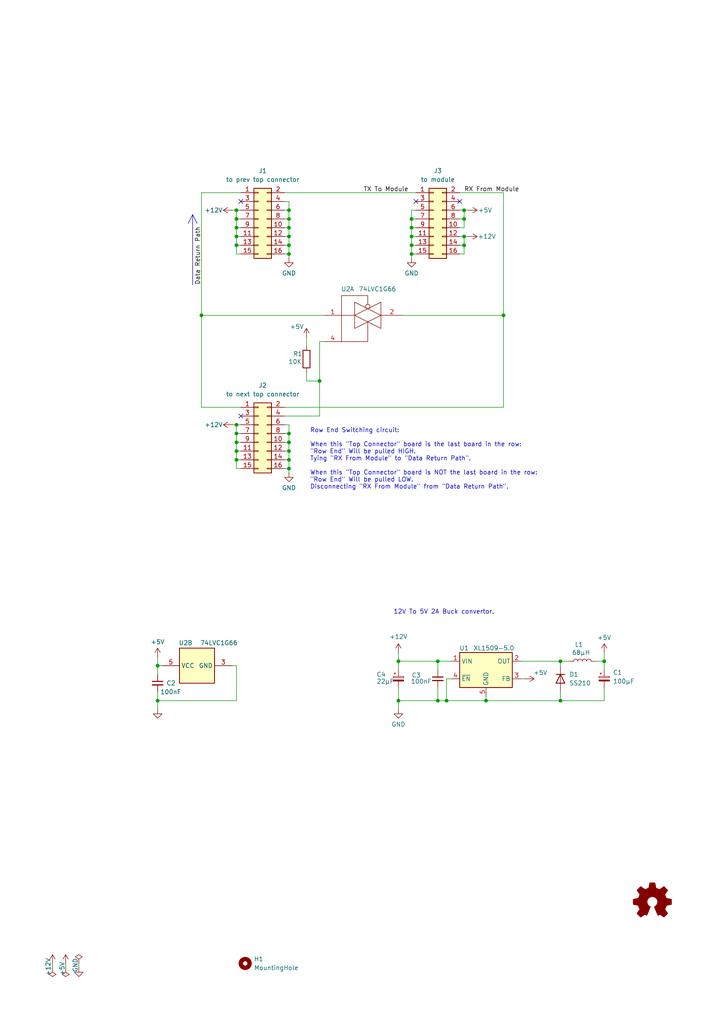
<source format=kicad_sch>
(kicad_sch
	(version 20231120)
	(generator "eeschema")
	(generator_version "8.0")
	(uuid "af031611-7aa5-43e1-8885-232b80813f15")
	(paper "A4" portrait)
	(title_block
		(title "Top Connector")
		(date "2024-07-24")
		(rev "2.0.0")
		(company "OpenFlap")
		(comment 1 "Designer: Toon Van Eyck")
	)
	(lib_symbols
		(symbol "74xGxx:74LVC1G66"
			(exclude_from_sim no)
			(in_bom yes)
			(on_board yes)
			(property "Reference" "U"
				(at 2.54 7.62 0)
				(effects
					(font
						(size 1.27 1.27)
					)
				)
			)
			(property "Value" "74LVC1G66"
				(at 7.62 -7.62 0)
				(effects
					(font
						(size 1.27 1.27)
					)
				)
			)
			(property "Footprint" ""
				(at 0 0 0)
				(effects
					(font
						(size 1.27 1.27)
					)
					(hide yes)
				)
			)
			(property "Datasheet" "http://www.ti.com/lit/ds/symlink/sn74lvc1g66.pdf"
				(at 0 0 0)
				(effects
					(font
						(size 1.27 1.27)
					)
					(hide yes)
				)
			)
			(property "Description" "Single Bilateral Analog Switch, SOT-23-5/SC-70-5"
				(at 0 0 0)
				(effects
					(font
						(size 1.27 1.27)
					)
					(hide yes)
				)
			)
			(property "ki_locked" ""
				(at 0 0 0)
				(effects
					(font
						(size 1.27 1.27)
					)
				)
			)
			(property "ki_keywords" "Single Bilateral Analog Switch"
				(at 0 0 0)
				(effects
					(font
						(size 1.27 1.27)
					)
					(hide yes)
				)
			)
			(property "ki_fp_filters" "SOT* SC*"
				(at 0 0 0)
				(effects
					(font
						(size 1.27 1.27)
					)
					(hide yes)
				)
			)
			(symbol "74LVC1G66_1_1"
				(polyline
					(pts
						(xy -7.62 0) (xy -3.81 0)
					)
					(stroke
						(width 0.1524)
						(type default)
					)
					(fill
						(type none)
					)
				)
				(polyline
					(pts
						(xy -7.62 -7.62) (xy 0 -7.62) (xy 0 -1.905)
					)
					(stroke
						(width 0.1524)
						(type default)
					)
					(fill
						(type none)
					)
				)
				(polyline
					(pts
						(xy -7.62 -7.62) (xy -7.62 5.715) (xy 0 5.715) (xy 0 3.175)
					)
					(stroke
						(width 0.1524)
						(type default)
					)
					(fill
						(type none)
					)
				)
				(polyline
					(pts
						(xy -3.81 0) (xy 3.81 3.81) (xy 3.81 -3.81) (xy -3.81 0)
					)
					(stroke
						(width 0.1524)
						(type default)
					)
					(fill
						(type none)
					)
				)
				(polyline
					(pts
						(xy -3.81 3.81) (xy -3.81 -3.81) (xy 3.81 0) (xy -3.81 3.81)
					)
					(stroke
						(width 0.1524)
						(type default)
					)
					(fill
						(type none)
					)
				)
				(circle
					(center 0 2.54)
					(radius 0.635)
					(stroke
						(width 0.1524)
						(type default)
					)
					(fill
						(type none)
					)
				)
				(pin bidirectional line
					(at -12.7 0 0)
					(length 5.08)
					(name "~"
						(effects
							(font
								(size 1.27 1.27)
							)
						)
					)
					(number "1"
						(effects
							(font
								(size 1.27 1.27)
							)
						)
					)
				)
				(pin bidirectional line
					(at 10.16 0 180)
					(length 6.35)
					(name "~"
						(effects
							(font
								(size 1.27 1.27)
							)
						)
					)
					(number "2"
						(effects
							(font
								(size 1.27 1.27)
							)
						)
					)
				)
				(pin input line
					(at -12.7 -7.62 0)
					(length 5.08)
					(name "~"
						(effects
							(font
								(size 1.27 1.27)
							)
						)
					)
					(number "4"
						(effects
							(font
								(size 1.27 1.27)
							)
						)
					)
				)
			)
			(symbol "74LVC1G66_2_1"
				(rectangle
					(start -5.08 5.08)
					(end 5.08 -5.08)
					(stroke
						(width 0.254)
						(type default)
					)
					(fill
						(type background)
					)
				)
				(pin power_in line
					(at 0 -10.16 90)
					(length 5.08)
					(name "GND"
						(effects
							(font
								(size 1.27 1.27)
							)
						)
					)
					(number "3"
						(effects
							(font
								(size 1.27 1.27)
							)
						)
					)
				)
				(pin power_in line
					(at 0 10.16 270)
					(length 5.08)
					(name "VCC"
						(effects
							(font
								(size 1.27 1.27)
							)
						)
					)
					(number "5"
						(effects
							(font
								(size 1.27 1.27)
							)
						)
					)
				)
			)
		)
		(symbol "Connector_Generic:Conn_02x08_Odd_Even"
			(pin_names
				(offset 1.016) hide)
			(exclude_from_sim no)
			(in_bom yes)
			(on_board yes)
			(property "Reference" "J"
				(at 1.27 10.16 0)
				(effects
					(font
						(size 1.27 1.27)
					)
				)
			)
			(property "Value" "Conn_02x08_Odd_Even"
				(at 1.27 -12.7 0)
				(effects
					(font
						(size 1.27 1.27)
					)
				)
			)
			(property "Footprint" ""
				(at 0 0 0)
				(effects
					(font
						(size 1.27 1.27)
					)
					(hide yes)
				)
			)
			(property "Datasheet" "~"
				(at 0 0 0)
				(effects
					(font
						(size 1.27 1.27)
					)
					(hide yes)
				)
			)
			(property "Description" "Generic connector, double row, 02x08, odd/even pin numbering scheme (row 1 odd numbers, row 2 even numbers), script generated (kicad-library-utils/schlib/autogen/connector/)"
				(at 0 0 0)
				(effects
					(font
						(size 1.27 1.27)
					)
					(hide yes)
				)
			)
			(property "ki_keywords" "connector"
				(at 0 0 0)
				(effects
					(font
						(size 1.27 1.27)
					)
					(hide yes)
				)
			)
			(property "ki_fp_filters" "Connector*:*_2x??_*"
				(at 0 0 0)
				(effects
					(font
						(size 1.27 1.27)
					)
					(hide yes)
				)
			)
			(symbol "Conn_02x08_Odd_Even_1_1"
				(rectangle
					(start -1.27 -10.033)
					(end 0 -10.287)
					(stroke
						(width 0.1524)
						(type default)
					)
					(fill
						(type none)
					)
				)
				(rectangle
					(start -1.27 -7.493)
					(end 0 -7.747)
					(stroke
						(width 0.1524)
						(type default)
					)
					(fill
						(type none)
					)
				)
				(rectangle
					(start -1.27 -4.953)
					(end 0 -5.207)
					(stroke
						(width 0.1524)
						(type default)
					)
					(fill
						(type none)
					)
				)
				(rectangle
					(start -1.27 -2.413)
					(end 0 -2.667)
					(stroke
						(width 0.1524)
						(type default)
					)
					(fill
						(type none)
					)
				)
				(rectangle
					(start -1.27 0.127)
					(end 0 -0.127)
					(stroke
						(width 0.1524)
						(type default)
					)
					(fill
						(type none)
					)
				)
				(rectangle
					(start -1.27 2.667)
					(end 0 2.413)
					(stroke
						(width 0.1524)
						(type default)
					)
					(fill
						(type none)
					)
				)
				(rectangle
					(start -1.27 5.207)
					(end 0 4.953)
					(stroke
						(width 0.1524)
						(type default)
					)
					(fill
						(type none)
					)
				)
				(rectangle
					(start -1.27 7.747)
					(end 0 7.493)
					(stroke
						(width 0.1524)
						(type default)
					)
					(fill
						(type none)
					)
				)
				(rectangle
					(start -1.27 8.89)
					(end 3.81 -11.43)
					(stroke
						(width 0.254)
						(type default)
					)
					(fill
						(type background)
					)
				)
				(rectangle
					(start 3.81 -10.033)
					(end 2.54 -10.287)
					(stroke
						(width 0.1524)
						(type default)
					)
					(fill
						(type none)
					)
				)
				(rectangle
					(start 3.81 -7.493)
					(end 2.54 -7.747)
					(stroke
						(width 0.1524)
						(type default)
					)
					(fill
						(type none)
					)
				)
				(rectangle
					(start 3.81 -4.953)
					(end 2.54 -5.207)
					(stroke
						(width 0.1524)
						(type default)
					)
					(fill
						(type none)
					)
				)
				(rectangle
					(start 3.81 -2.413)
					(end 2.54 -2.667)
					(stroke
						(width 0.1524)
						(type default)
					)
					(fill
						(type none)
					)
				)
				(rectangle
					(start 3.81 0.127)
					(end 2.54 -0.127)
					(stroke
						(width 0.1524)
						(type default)
					)
					(fill
						(type none)
					)
				)
				(rectangle
					(start 3.81 2.667)
					(end 2.54 2.413)
					(stroke
						(width 0.1524)
						(type default)
					)
					(fill
						(type none)
					)
				)
				(rectangle
					(start 3.81 5.207)
					(end 2.54 4.953)
					(stroke
						(width 0.1524)
						(type default)
					)
					(fill
						(type none)
					)
				)
				(rectangle
					(start 3.81 7.747)
					(end 2.54 7.493)
					(stroke
						(width 0.1524)
						(type default)
					)
					(fill
						(type none)
					)
				)
				(pin passive line
					(at -5.08 7.62 0)
					(length 3.81)
					(name "Pin_1"
						(effects
							(font
								(size 1.27 1.27)
							)
						)
					)
					(number "1"
						(effects
							(font
								(size 1.27 1.27)
							)
						)
					)
				)
				(pin passive line
					(at 7.62 -2.54 180)
					(length 3.81)
					(name "Pin_10"
						(effects
							(font
								(size 1.27 1.27)
							)
						)
					)
					(number "10"
						(effects
							(font
								(size 1.27 1.27)
							)
						)
					)
				)
				(pin passive line
					(at -5.08 -5.08 0)
					(length 3.81)
					(name "Pin_11"
						(effects
							(font
								(size 1.27 1.27)
							)
						)
					)
					(number "11"
						(effects
							(font
								(size 1.27 1.27)
							)
						)
					)
				)
				(pin passive line
					(at 7.62 -5.08 180)
					(length 3.81)
					(name "Pin_12"
						(effects
							(font
								(size 1.27 1.27)
							)
						)
					)
					(number "12"
						(effects
							(font
								(size 1.27 1.27)
							)
						)
					)
				)
				(pin passive line
					(at -5.08 -7.62 0)
					(length 3.81)
					(name "Pin_13"
						(effects
							(font
								(size 1.27 1.27)
							)
						)
					)
					(number "13"
						(effects
							(font
								(size 1.27 1.27)
							)
						)
					)
				)
				(pin passive line
					(at 7.62 -7.62 180)
					(length 3.81)
					(name "Pin_14"
						(effects
							(font
								(size 1.27 1.27)
							)
						)
					)
					(number "14"
						(effects
							(font
								(size 1.27 1.27)
							)
						)
					)
				)
				(pin passive line
					(at -5.08 -10.16 0)
					(length 3.81)
					(name "Pin_15"
						(effects
							(font
								(size 1.27 1.27)
							)
						)
					)
					(number "15"
						(effects
							(font
								(size 1.27 1.27)
							)
						)
					)
				)
				(pin passive line
					(at 7.62 -10.16 180)
					(length 3.81)
					(name "Pin_16"
						(effects
							(font
								(size 1.27 1.27)
							)
						)
					)
					(number "16"
						(effects
							(font
								(size 1.27 1.27)
							)
						)
					)
				)
				(pin passive line
					(at 7.62 7.62 180)
					(length 3.81)
					(name "Pin_2"
						(effects
							(font
								(size 1.27 1.27)
							)
						)
					)
					(number "2"
						(effects
							(font
								(size 1.27 1.27)
							)
						)
					)
				)
				(pin passive line
					(at -5.08 5.08 0)
					(length 3.81)
					(name "Pin_3"
						(effects
							(font
								(size 1.27 1.27)
							)
						)
					)
					(number "3"
						(effects
							(font
								(size 1.27 1.27)
							)
						)
					)
				)
				(pin passive line
					(at 7.62 5.08 180)
					(length 3.81)
					(name "Pin_4"
						(effects
							(font
								(size 1.27 1.27)
							)
						)
					)
					(number "4"
						(effects
							(font
								(size 1.27 1.27)
							)
						)
					)
				)
				(pin passive line
					(at -5.08 2.54 0)
					(length 3.81)
					(name "Pin_5"
						(effects
							(font
								(size 1.27 1.27)
							)
						)
					)
					(number "5"
						(effects
							(font
								(size 1.27 1.27)
							)
						)
					)
				)
				(pin passive line
					(at 7.62 2.54 180)
					(length 3.81)
					(name "Pin_6"
						(effects
							(font
								(size 1.27 1.27)
							)
						)
					)
					(number "6"
						(effects
							(font
								(size 1.27 1.27)
							)
						)
					)
				)
				(pin passive line
					(at -5.08 0 0)
					(length 3.81)
					(name "Pin_7"
						(effects
							(font
								(size 1.27 1.27)
							)
						)
					)
					(number "7"
						(effects
							(font
								(size 1.27 1.27)
							)
						)
					)
				)
				(pin passive line
					(at 7.62 0 180)
					(length 3.81)
					(name "Pin_8"
						(effects
							(font
								(size 1.27 1.27)
							)
						)
					)
					(number "8"
						(effects
							(font
								(size 1.27 1.27)
							)
						)
					)
				)
				(pin passive line
					(at -5.08 -2.54 0)
					(length 3.81)
					(name "Pin_9"
						(effects
							(font
								(size 1.27 1.27)
							)
						)
					)
					(number "9"
						(effects
							(font
								(size 1.27 1.27)
							)
						)
					)
				)
			)
		)
		(symbol "Device:C_Polarized_Small"
			(pin_numbers hide)
			(pin_names
				(offset 0.254) hide)
			(exclude_from_sim no)
			(in_bom yes)
			(on_board yes)
			(property "Reference" "C"
				(at 0.254 1.778 0)
				(effects
					(font
						(size 1.27 1.27)
					)
					(justify left)
				)
			)
			(property "Value" "C_Polarized_Small"
				(at 0.254 -2.032 0)
				(effects
					(font
						(size 1.27 1.27)
					)
					(justify left)
				)
			)
			(property "Footprint" ""
				(at 0 0 0)
				(effects
					(font
						(size 1.27 1.27)
					)
					(hide yes)
				)
			)
			(property "Datasheet" "~"
				(at 0 0 0)
				(effects
					(font
						(size 1.27 1.27)
					)
					(hide yes)
				)
			)
			(property "Description" "Polarized capacitor, small symbol"
				(at 0 0 0)
				(effects
					(font
						(size 1.27 1.27)
					)
					(hide yes)
				)
			)
			(property "ki_keywords" "cap capacitor"
				(at 0 0 0)
				(effects
					(font
						(size 1.27 1.27)
					)
					(hide yes)
				)
			)
			(property "ki_fp_filters" "CP_*"
				(at 0 0 0)
				(effects
					(font
						(size 1.27 1.27)
					)
					(hide yes)
				)
			)
			(symbol "C_Polarized_Small_0_1"
				(rectangle
					(start -1.524 -0.3048)
					(end 1.524 -0.6858)
					(stroke
						(width 0)
						(type default)
					)
					(fill
						(type outline)
					)
				)
				(rectangle
					(start -1.524 0.6858)
					(end 1.524 0.3048)
					(stroke
						(width 0)
						(type default)
					)
					(fill
						(type none)
					)
				)
				(polyline
					(pts
						(xy -1.27 1.524) (xy -0.762 1.524)
					)
					(stroke
						(width 0)
						(type default)
					)
					(fill
						(type none)
					)
				)
				(polyline
					(pts
						(xy -1.016 1.27) (xy -1.016 1.778)
					)
					(stroke
						(width 0)
						(type default)
					)
					(fill
						(type none)
					)
				)
			)
			(symbol "C_Polarized_Small_1_1"
				(pin passive line
					(at 0 2.54 270)
					(length 1.8542)
					(name "~"
						(effects
							(font
								(size 1.27 1.27)
							)
						)
					)
					(number "1"
						(effects
							(font
								(size 1.27 1.27)
							)
						)
					)
				)
				(pin passive line
					(at 0 -2.54 90)
					(length 1.8542)
					(name "~"
						(effects
							(font
								(size 1.27 1.27)
							)
						)
					)
					(number "2"
						(effects
							(font
								(size 1.27 1.27)
							)
						)
					)
				)
			)
		)
		(symbol "Device:C_Small"
			(pin_numbers hide)
			(pin_names
				(offset 0.254) hide)
			(exclude_from_sim no)
			(in_bom yes)
			(on_board yes)
			(property "Reference" "C"
				(at 0.254 1.778 0)
				(effects
					(font
						(size 1.27 1.27)
					)
					(justify left)
				)
			)
			(property "Value" "C_Small"
				(at 0.254 -2.032 0)
				(effects
					(font
						(size 1.27 1.27)
					)
					(justify left)
				)
			)
			(property "Footprint" ""
				(at 0 0 0)
				(effects
					(font
						(size 1.27 1.27)
					)
					(hide yes)
				)
			)
			(property "Datasheet" "~"
				(at 0 0 0)
				(effects
					(font
						(size 1.27 1.27)
					)
					(hide yes)
				)
			)
			(property "Description" "Unpolarized capacitor, small symbol"
				(at 0 0 0)
				(effects
					(font
						(size 1.27 1.27)
					)
					(hide yes)
				)
			)
			(property "ki_keywords" "capacitor cap"
				(at 0 0 0)
				(effects
					(font
						(size 1.27 1.27)
					)
					(hide yes)
				)
			)
			(property "ki_fp_filters" "C_*"
				(at 0 0 0)
				(effects
					(font
						(size 1.27 1.27)
					)
					(hide yes)
				)
			)
			(symbol "C_Small_0_1"
				(polyline
					(pts
						(xy -1.524 -0.508) (xy 1.524 -0.508)
					)
					(stroke
						(width 0.3302)
						(type default)
					)
					(fill
						(type none)
					)
				)
				(polyline
					(pts
						(xy -1.524 0.508) (xy 1.524 0.508)
					)
					(stroke
						(width 0.3048)
						(type default)
					)
					(fill
						(type none)
					)
				)
			)
			(symbol "C_Small_1_1"
				(pin passive line
					(at 0 2.54 270)
					(length 2.032)
					(name "~"
						(effects
							(font
								(size 1.27 1.27)
							)
						)
					)
					(number "1"
						(effects
							(font
								(size 1.27 1.27)
							)
						)
					)
				)
				(pin passive line
					(at 0 -2.54 90)
					(length 2.032)
					(name "~"
						(effects
							(font
								(size 1.27 1.27)
							)
						)
					)
					(number "2"
						(effects
							(font
								(size 1.27 1.27)
							)
						)
					)
				)
			)
		)
		(symbol "Device:D"
			(pin_numbers hide)
			(pin_names
				(offset 1.016) hide)
			(exclude_from_sim no)
			(in_bom yes)
			(on_board yes)
			(property "Reference" "D"
				(at 0 2.54 0)
				(effects
					(font
						(size 1.27 1.27)
					)
				)
			)
			(property "Value" "D"
				(at 0 -2.54 0)
				(effects
					(font
						(size 1.27 1.27)
					)
				)
			)
			(property "Footprint" ""
				(at 0 0 0)
				(effects
					(font
						(size 1.27 1.27)
					)
					(hide yes)
				)
			)
			(property "Datasheet" "~"
				(at 0 0 0)
				(effects
					(font
						(size 1.27 1.27)
					)
					(hide yes)
				)
			)
			(property "Description" "Diode"
				(at 0 0 0)
				(effects
					(font
						(size 1.27 1.27)
					)
					(hide yes)
				)
			)
			(property "Sim.Device" "D"
				(at 0 0 0)
				(effects
					(font
						(size 1.27 1.27)
					)
					(hide yes)
				)
			)
			(property "Sim.Pins" "1=K 2=A"
				(at 0 0 0)
				(effects
					(font
						(size 1.27 1.27)
					)
					(hide yes)
				)
			)
			(property "ki_keywords" "diode"
				(at 0 0 0)
				(effects
					(font
						(size 1.27 1.27)
					)
					(hide yes)
				)
			)
			(property "ki_fp_filters" "TO-???* *_Diode_* *SingleDiode* D_*"
				(at 0 0 0)
				(effects
					(font
						(size 1.27 1.27)
					)
					(hide yes)
				)
			)
			(symbol "D_0_1"
				(polyline
					(pts
						(xy -1.27 1.27) (xy -1.27 -1.27)
					)
					(stroke
						(width 0.254)
						(type default)
					)
					(fill
						(type none)
					)
				)
				(polyline
					(pts
						(xy 1.27 0) (xy -1.27 0)
					)
					(stroke
						(width 0)
						(type default)
					)
					(fill
						(type none)
					)
				)
				(polyline
					(pts
						(xy 1.27 1.27) (xy 1.27 -1.27) (xy -1.27 0) (xy 1.27 1.27)
					)
					(stroke
						(width 0.254)
						(type default)
					)
					(fill
						(type none)
					)
				)
			)
			(symbol "D_1_1"
				(pin passive line
					(at -3.81 0 0)
					(length 2.54)
					(name "K"
						(effects
							(font
								(size 1.27 1.27)
							)
						)
					)
					(number "1"
						(effects
							(font
								(size 1.27 1.27)
							)
						)
					)
				)
				(pin passive line
					(at 3.81 0 180)
					(length 2.54)
					(name "A"
						(effects
							(font
								(size 1.27 1.27)
							)
						)
					)
					(number "2"
						(effects
							(font
								(size 1.27 1.27)
							)
						)
					)
				)
			)
		)
		(symbol "Device:L"
			(pin_numbers hide)
			(pin_names
				(offset 1.016) hide)
			(exclude_from_sim no)
			(in_bom yes)
			(on_board yes)
			(property "Reference" "L"
				(at -1.27 0 90)
				(effects
					(font
						(size 1.27 1.27)
					)
				)
			)
			(property "Value" "L"
				(at 1.905 0 90)
				(effects
					(font
						(size 1.27 1.27)
					)
				)
			)
			(property "Footprint" ""
				(at 0 0 0)
				(effects
					(font
						(size 1.27 1.27)
					)
					(hide yes)
				)
			)
			(property "Datasheet" "~"
				(at 0 0 0)
				(effects
					(font
						(size 1.27 1.27)
					)
					(hide yes)
				)
			)
			(property "Description" "Inductor"
				(at 0 0 0)
				(effects
					(font
						(size 1.27 1.27)
					)
					(hide yes)
				)
			)
			(property "ki_keywords" "inductor choke coil reactor magnetic"
				(at 0 0 0)
				(effects
					(font
						(size 1.27 1.27)
					)
					(hide yes)
				)
			)
			(property "ki_fp_filters" "Choke_* *Coil* Inductor_* L_*"
				(at 0 0 0)
				(effects
					(font
						(size 1.27 1.27)
					)
					(hide yes)
				)
			)
			(symbol "L_0_1"
				(arc
					(start 0 -2.54)
					(mid 0.6323 -1.905)
					(end 0 -1.27)
					(stroke
						(width 0)
						(type default)
					)
					(fill
						(type none)
					)
				)
				(arc
					(start 0 -1.27)
					(mid 0.6323 -0.635)
					(end 0 0)
					(stroke
						(width 0)
						(type default)
					)
					(fill
						(type none)
					)
				)
				(arc
					(start 0 0)
					(mid 0.6323 0.635)
					(end 0 1.27)
					(stroke
						(width 0)
						(type default)
					)
					(fill
						(type none)
					)
				)
				(arc
					(start 0 1.27)
					(mid 0.6323 1.905)
					(end 0 2.54)
					(stroke
						(width 0)
						(type default)
					)
					(fill
						(type none)
					)
				)
			)
			(symbol "L_1_1"
				(pin passive line
					(at 0 3.81 270)
					(length 1.27)
					(name "1"
						(effects
							(font
								(size 1.27 1.27)
							)
						)
					)
					(number "1"
						(effects
							(font
								(size 1.27 1.27)
							)
						)
					)
				)
				(pin passive line
					(at 0 -3.81 90)
					(length 1.27)
					(name "2"
						(effects
							(font
								(size 1.27 1.27)
							)
						)
					)
					(number "2"
						(effects
							(font
								(size 1.27 1.27)
							)
						)
					)
				)
			)
		)
		(symbol "Device:R"
			(pin_numbers hide)
			(pin_names
				(offset 0)
			)
			(exclude_from_sim no)
			(in_bom yes)
			(on_board yes)
			(property "Reference" "R"
				(at 2.032 0 90)
				(effects
					(font
						(size 1.27 1.27)
					)
				)
			)
			(property "Value" "R"
				(at 0 0 90)
				(effects
					(font
						(size 1.27 1.27)
					)
				)
			)
			(property "Footprint" ""
				(at -1.778 0 90)
				(effects
					(font
						(size 1.27 1.27)
					)
					(hide yes)
				)
			)
			(property "Datasheet" "~"
				(at 0 0 0)
				(effects
					(font
						(size 1.27 1.27)
					)
					(hide yes)
				)
			)
			(property "Description" "Resistor"
				(at 0 0 0)
				(effects
					(font
						(size 1.27 1.27)
					)
					(hide yes)
				)
			)
			(property "ki_keywords" "R res resistor"
				(at 0 0 0)
				(effects
					(font
						(size 1.27 1.27)
					)
					(hide yes)
				)
			)
			(property "ki_fp_filters" "R_*"
				(at 0 0 0)
				(effects
					(font
						(size 1.27 1.27)
					)
					(hide yes)
				)
			)
			(symbol "R_0_1"
				(rectangle
					(start -1.016 -2.54)
					(end 1.016 2.54)
					(stroke
						(width 0.254)
						(type default)
					)
					(fill
						(type none)
					)
				)
			)
			(symbol "R_1_1"
				(pin passive line
					(at 0 3.81 270)
					(length 1.27)
					(name "~"
						(effects
							(font
								(size 1.27 1.27)
							)
						)
					)
					(number "1"
						(effects
							(font
								(size 1.27 1.27)
							)
						)
					)
				)
				(pin passive line
					(at 0 -3.81 90)
					(length 1.27)
					(name "~"
						(effects
							(font
								(size 1.27 1.27)
							)
						)
					)
					(number "2"
						(effects
							(font
								(size 1.27 1.27)
							)
						)
					)
				)
			)
		)
		(symbol "Graphic:Logo_Open_Hardware_Small"
			(exclude_from_sim no)
			(in_bom no)
			(on_board no)
			(property "Reference" "#SYM"
				(at 0 6.985 0)
				(effects
					(font
						(size 1.27 1.27)
					)
					(hide yes)
				)
			)
			(property "Value" "Logo_Open_Hardware_Small"
				(at 0 -5.715 0)
				(effects
					(font
						(size 1.27 1.27)
					)
					(hide yes)
				)
			)
			(property "Footprint" ""
				(at 0 0 0)
				(effects
					(font
						(size 1.27 1.27)
					)
					(hide yes)
				)
			)
			(property "Datasheet" "~"
				(at 0 0 0)
				(effects
					(font
						(size 1.27 1.27)
					)
					(hide yes)
				)
			)
			(property "Description" "Open Hardware logo, small"
				(at 0 0 0)
				(effects
					(font
						(size 1.27 1.27)
					)
					(hide yes)
				)
			)
			(property "Sim.Enable" "0"
				(at 0 0 0)
				(effects
					(font
						(size 1.27 1.27)
					)
					(hide yes)
				)
			)
			(property "ki_keywords" "Logo"
				(at 0 0 0)
				(effects
					(font
						(size 1.27 1.27)
					)
					(hide yes)
				)
			)
			(symbol "Logo_Open_Hardware_Small_0_1"
				(polyline
					(pts
						(xy 3.3528 -4.3434) (xy 3.302 -4.318) (xy 3.175 -4.2418) (xy 2.9972 -4.1148) (xy 2.7686 -3.9624)
						(xy 2.54 -3.81) (xy 2.3622 -3.7084) (xy 2.2352 -3.6068) (xy 2.1844 -3.5814) (xy 2.159 -3.6068)
						(xy 2.0574 -3.6576) (xy 1.905 -3.7338) (xy 1.8034 -3.7846) (xy 1.6764 -3.8354) (xy 1.6002 -3.8354)
						(xy 1.6002 -3.8354) (xy 1.5494 -3.7338) (xy 1.4732 -3.5306) (xy 1.3462 -3.302) (xy 1.2446 -3.0226)
						(xy 1.1176 -2.7178) (xy 0.9652 -2.413) (xy 0.8636 -2.1082) (xy 0.7366 -1.8288) (xy 0.6604 -1.6256)
						(xy 0.6096 -1.4732) (xy 0.5842 -1.397) (xy 0.5842 -1.397) (xy 0.6604 -1.3208) (xy 0.7874 -1.2446)
						(xy 1.0414 -1.016) (xy 1.2954 -0.6858) (xy 1.4478 -0.3302) (xy 1.524 0.0762) (xy 1.4732 0.4572)
						(xy 1.3208 0.8128) (xy 1.0668 1.143) (xy 0.762 1.3716) (xy 0.4064 1.524) (xy 0 1.5748) (xy -0.381 1.5494)
						(xy -0.7366 1.397) (xy -1.0668 1.143) (xy -1.2192 0.9906) (xy -1.397 0.6604) (xy -1.524 0.3048)
						(xy -1.524 0.2286) (xy -1.4986 -0.1778) (xy -1.397 -0.5334) (xy -1.1938 -0.8636) (xy -0.9144 -1.143)
						(xy -0.8636 -1.1684) (xy -0.7366 -1.27) (xy -0.635 -1.3462) (xy -0.5842 -1.397) (xy -1.0668 -2.5908)
						(xy -1.143 -2.794) (xy -1.2954 -3.1242) (xy -1.397 -3.4036) (xy -1.4986 -3.6322) (xy -1.5748 -3.7846)
						(xy -1.6002 -3.8354) (xy -1.6002 -3.8354) (xy -1.651 -3.8354) (xy -1.7272 -3.81) (xy -1.905 -3.7338)
						(xy -2.0066 -3.683) (xy -2.1336 -3.6068) (xy -2.2098 -3.5814) (xy -2.2606 -3.6068) (xy -2.3622 -3.683)
						(xy -2.54 -3.81) (xy -2.7686 -3.9624) (xy -2.9718 -4.0894) (xy -3.1496 -4.2164) (xy -3.302 -4.318)
						(xy -3.3528 -4.3434) (xy -3.3782 -4.3434) (xy -3.429 -4.318) (xy -3.5306 -4.2164) (xy -3.7084 -4.064)
						(xy -3.937 -3.8354) (xy -3.9624 -3.81) (xy -4.1656 -3.6068) (xy -4.318 -3.4544) (xy -4.4196 -3.3274)
						(xy -4.445 -3.2766) (xy -4.445 -3.2766) (xy -4.4196 -3.2258) (xy -4.318 -3.0734) (xy -4.2164 -2.8956)
						(xy -4.064 -2.667) (xy -3.6576 -2.0828) (xy -3.8862 -1.5494) (xy -3.937 -1.3716) (xy -4.0386 -1.1684)
						(xy -4.0894 -1.0414) (xy -4.1148 -0.9652) (xy -4.191 -0.9398) (xy -4.318 -0.9144) (xy -4.5466 -0.8636)
						(xy -4.8006 -0.8128) (xy -5.0546 -0.7874) (xy -5.2578 -0.7366) (xy -5.4356 -0.7112) (xy -5.5118 -0.6858)
						(xy -5.5118 -0.6858) (xy -5.5372 -0.635) (xy -5.5372 -0.5588) (xy -5.5372 -0.4318) (xy -5.5626 -0.2286)
						(xy -5.5626 0.0762) (xy -5.5626 0.127) (xy -5.5372 0.4064) (xy -5.5372 0.635) (xy -5.5372 0.762)
						(xy -5.5372 0.8382) (xy -5.5372 0.8382) (xy -5.461 0.8382) (xy -5.3086 0.889) (xy -5.08 0.9144)
						(xy -4.826 0.9652) (xy -4.8006 0.9906) (xy -4.5466 1.0414) (xy -4.318 1.0668) (xy -4.1656 1.1176)
						(xy -4.0894 1.143) (xy -4.0894 1.143) (xy -4.0386 1.2446) (xy -3.9624 1.4224) (xy -3.8608 1.6256)
						(xy -3.7846 1.8288) (xy -3.7084 2.0066) (xy -3.6576 2.159) (xy -3.6322 2.2098) (xy -3.6322 2.2098)
						(xy -3.683 2.286) (xy -3.7592 2.413) (xy -3.8862 2.5908) (xy -4.064 2.8194) (xy -4.064 2.8448)
						(xy -4.2164 3.0734) (xy -4.3434 3.2512) (xy -4.4196 3.3782) (xy -4.445 3.4544) (xy -4.445 3.4544)
						(xy -4.3942 3.5052) (xy -4.2926 3.6322) (xy -4.1148 3.81) (xy -3.937 4.0132) (xy -3.8608 4.064)
						(xy -3.6576 4.2926) (xy -3.5052 4.4196) (xy -3.4036 4.4958) (xy -3.3528 4.5212) (xy -3.3528 4.5212)
						(xy -3.302 4.4704) (xy -3.1496 4.3688) (xy -2.9718 4.2418) (xy -2.7432 4.0894) (xy -2.7178 4.0894)
						(xy -2.4892 3.937) (xy -2.3114 3.81) (xy -2.1844 3.7084) (xy -2.1336 3.683) (xy -2.1082 3.683)
						(xy -2.032 3.7084) (xy -1.8542 3.7592) (xy -1.6764 3.8354) (xy -1.4732 3.937) (xy -1.27 4.0132)
						(xy -1.143 4.064) (xy -1.0668 4.1148) (xy -1.0668 4.1148) (xy -1.0414 4.191) (xy -1.016 4.3434)
						(xy -0.9652 4.572) (xy -0.9144 4.8514) (xy -0.889 4.9022) (xy -0.8382 5.1562) (xy -0.8128 5.3848)
						(xy -0.7874 5.5372) (xy -0.762 5.588) (xy -0.7112 5.6134) (xy -0.5842 5.6134) (xy -0.4064 5.6134)
						(xy -0.1524 5.6134) (xy 0.0762 5.6134) (xy 0.3302 5.6134) (xy 0.5334 5.6134) (xy 0.6858 5.588)
						(xy 0.7366 5.588) (xy 0.7366 5.588) (xy 0.762 5.5118) (xy 0.8128 5.334) (xy 0.8382 5.1054) (xy 0.9144 4.826)
						(xy 0.9144 4.7752) (xy 0.9652 4.5212) (xy 1.016 4.2926) (xy 1.0414 4.1402) (xy 1.0668 4.0894)
						(xy 1.0668 4.0894) (xy 1.1938 4.0386) (xy 1.3716 3.9624) (xy 1.5748 3.8608) (xy 2.0828 3.6576)
						(xy 2.7178 4.0894) (xy 2.7686 4.1402) (xy 2.9972 4.2926) (xy 3.175 4.4196) (xy 3.302 4.4958) (xy 3.3782 4.5212)
						(xy 3.3782 4.5212) (xy 3.429 4.4704) (xy 3.556 4.3434) (xy 3.7338 4.191) (xy 3.9116 3.9878) (xy 4.064 3.8354)
						(xy 4.2418 3.6576) (xy 4.3434 3.556) (xy 4.4196 3.4798) (xy 4.4196 3.429) (xy 4.4196 3.4036) (xy 4.3942 3.3274)
						(xy 4.2926 3.2004) (xy 4.1656 2.9972) (xy 4.0132 2.794) (xy 3.8862 2.5908) (xy 3.7592 2.3876)
						(xy 3.6576 2.2352) (xy 3.6322 2.159) (xy 3.6322 2.1336) (xy 3.683 2.0066) (xy 3.7592 1.8288) (xy 3.8608 1.6002)
						(xy 4.064 1.1176) (xy 4.3942 1.0414) (xy 4.5974 1.016) (xy 4.8768 0.9652) (xy 5.1308 0.9144) (xy 5.5372 0.8382)
						(xy 5.5626 -0.6604) (xy 5.4864 -0.6858) (xy 5.4356 -0.6858) (xy 5.2832 -0.7366) (xy 5.0546 -0.762)
						(xy 4.8006 -0.8128) (xy 4.5974 -0.8636) (xy 4.3688 -0.9144) (xy 4.2164 -0.9398) (xy 4.1402 -0.9398)
						(xy 4.1148 -0.9652) (xy 4.064 -1.0668) (xy 3.9878 -1.2446) (xy 3.9116 -1.4478) (xy 3.81 -1.651)
						(xy 3.7338 -1.8542) (xy 3.683 -2.0066) (xy 3.6576 -2.0828) (xy 3.683 -2.1336) (xy 3.7846 -2.2606)
						(xy 3.8862 -2.4638) (xy 4.0386 -2.667) (xy 4.191 -2.8956) (xy 4.318 -3.0734) (xy 4.3942 -3.2004)
						(xy 4.445 -3.2766) (xy 4.4196 -3.3274) (xy 4.3434 -3.429) (xy 4.1656 -3.5814) (xy 3.937 -3.8354)
						(xy 3.8862 -3.8608) (xy 3.683 -4.064) (xy 3.5306 -4.2164) (xy 3.4036 -4.318) (xy 3.3528 -4.3434)
					)
					(stroke
						(width 0)
						(type default)
					)
					(fill
						(type outline)
					)
				)
			)
		)
		(symbol "Mechanical:MountingHole"
			(pin_names
				(offset 1.016)
			)
			(exclude_from_sim yes)
			(in_bom no)
			(on_board yes)
			(property "Reference" "H"
				(at 0 5.08 0)
				(effects
					(font
						(size 1.27 1.27)
					)
				)
			)
			(property "Value" "MountingHole"
				(at 0 3.175 0)
				(effects
					(font
						(size 1.27 1.27)
					)
				)
			)
			(property "Footprint" ""
				(at 0 0 0)
				(effects
					(font
						(size 1.27 1.27)
					)
					(hide yes)
				)
			)
			(property "Datasheet" "~"
				(at 0 0 0)
				(effects
					(font
						(size 1.27 1.27)
					)
					(hide yes)
				)
			)
			(property "Description" "Mounting Hole without connection"
				(at 0 0 0)
				(effects
					(font
						(size 1.27 1.27)
					)
					(hide yes)
				)
			)
			(property "ki_keywords" "mounting hole"
				(at 0 0 0)
				(effects
					(font
						(size 1.27 1.27)
					)
					(hide yes)
				)
			)
			(property "ki_fp_filters" "MountingHole*"
				(at 0 0 0)
				(effects
					(font
						(size 1.27 1.27)
					)
					(hide yes)
				)
			)
			(symbol "MountingHole_0_1"
				(circle
					(center 0 0)
					(radius 1.27)
					(stroke
						(width 1.27)
						(type default)
					)
					(fill
						(type none)
					)
				)
			)
		)
		(symbol "Regulator_Switching:XL1509-5.0"
			(exclude_from_sim no)
			(in_bom yes)
			(on_board yes)
			(property "Reference" "U"
				(at -7.112 6.096 0)
				(effects
					(font
						(size 1.27 1.27)
					)
				)
			)
			(property "Value" "XL1509-5.0"
				(at 5.842 6.096 0)
				(effects
					(font
						(size 1.27 1.27)
					)
				)
			)
			(property "Footprint" "Package_SO:SOIC-8_3.9x4.9mm_P1.27mm"
				(at 0 8.382 0)
				(effects
					(font
						(size 1.27 1.27)
					)
					(hide yes)
				)
			)
			(property "Datasheet" "https://datasheet.lcsc.com/lcsc/1809050422_XLSEMI-XL1509-5-0E1_C61063.pdf"
				(at 2.54 10.668 0)
				(effects
					(font
						(size 1.27 1.27)
					)
					(hide yes)
				)
			)
			(property "Description" "Buck DC/DC Converter, 2A, 5V Output Voltage, 7-40V Input Voltage"
				(at 0 0 0)
				(effects
					(font
						(size 1.27 1.27)
					)
					(hide yes)
				)
			)
			(property "ki_keywords" "Buck DC/DC Converter"
				(at 0 0 0)
				(effects
					(font
						(size 1.27 1.27)
					)
					(hide yes)
				)
			)
			(property "ki_fp_filters" "SOIC*3.9x4.9mm*P1.27mm*"
				(at 0 0 0)
				(effects
					(font
						(size 1.27 1.27)
					)
					(hide yes)
				)
			)
			(symbol "XL1509-5.0_0_1"
				(rectangle
					(start -7.62 5.08)
					(end 7.62 -5.08)
					(stroke
						(width 0.254)
						(type default)
					)
					(fill
						(type background)
					)
				)
			)
			(symbol "XL1509-5.0_1_1"
				(pin power_in line
					(at -10.16 2.54 0)
					(length 2.54)
					(name "VIN"
						(effects
							(font
								(size 1.27 1.27)
							)
						)
					)
					(number "1"
						(effects
							(font
								(size 1.27 1.27)
							)
						)
					)
				)
				(pin power_out line
					(at 10.16 2.54 180)
					(length 2.54)
					(name "OUT"
						(effects
							(font
								(size 1.27 1.27)
							)
						)
					)
					(number "2"
						(effects
							(font
								(size 1.27 1.27)
							)
						)
					)
				)
				(pin input line
					(at 10.16 -2.54 180)
					(length 2.54)
					(name "FB"
						(effects
							(font
								(size 1.27 1.27)
							)
						)
					)
					(number "3"
						(effects
							(font
								(size 1.27 1.27)
							)
						)
					)
				)
				(pin input line
					(at -10.16 -2.54 0)
					(length 2.54)
					(name "~{EN}"
						(effects
							(font
								(size 1.27 1.27)
							)
						)
					)
					(number "4"
						(effects
							(font
								(size 1.27 1.27)
							)
						)
					)
				)
				(pin power_in line
					(at 0 -7.62 90)
					(length 2.54)
					(name "GND"
						(effects
							(font
								(size 1.27 1.27)
							)
						)
					)
					(number "5"
						(effects
							(font
								(size 1.27 1.27)
							)
						)
					)
				)
				(pin passive line
					(at 0 -7.62 90)
					(length 2.54) hide
					(name "GND"
						(effects
							(font
								(size 1.27 1.27)
							)
						)
					)
					(number "6"
						(effects
							(font
								(size 1.27 1.27)
							)
						)
					)
				)
				(pin passive line
					(at 0 -7.62 90)
					(length 2.54) hide
					(name "GND"
						(effects
							(font
								(size 1.27 1.27)
							)
						)
					)
					(number "7"
						(effects
							(font
								(size 1.27 1.27)
							)
						)
					)
				)
				(pin passive line
					(at 0 -7.62 90)
					(length 2.54) hide
					(name "GND"
						(effects
							(font
								(size 1.27 1.27)
							)
						)
					)
					(number "8"
						(effects
							(font
								(size 1.27 1.27)
							)
						)
					)
				)
			)
		)
		(symbol "power:+12V"
			(power)
			(pin_numbers hide)
			(pin_names
				(offset 0) hide)
			(exclude_from_sim no)
			(in_bom yes)
			(on_board yes)
			(property "Reference" "#PWR"
				(at 0 -3.81 0)
				(effects
					(font
						(size 1.27 1.27)
					)
					(hide yes)
				)
			)
			(property "Value" "+12V"
				(at 0 3.556 0)
				(effects
					(font
						(size 1.27 1.27)
					)
				)
			)
			(property "Footprint" ""
				(at 0 0 0)
				(effects
					(font
						(size 1.27 1.27)
					)
					(hide yes)
				)
			)
			(property "Datasheet" ""
				(at 0 0 0)
				(effects
					(font
						(size 1.27 1.27)
					)
					(hide yes)
				)
			)
			(property "Description" "Power symbol creates a global label with name \"+12V\""
				(at 0 0 0)
				(effects
					(font
						(size 1.27 1.27)
					)
					(hide yes)
				)
			)
			(property "ki_keywords" "global power"
				(at 0 0 0)
				(effects
					(font
						(size 1.27 1.27)
					)
					(hide yes)
				)
			)
			(symbol "+12V_0_1"
				(polyline
					(pts
						(xy -0.762 1.27) (xy 0 2.54)
					)
					(stroke
						(width 0)
						(type default)
					)
					(fill
						(type none)
					)
				)
				(polyline
					(pts
						(xy 0 0) (xy 0 2.54)
					)
					(stroke
						(width 0)
						(type default)
					)
					(fill
						(type none)
					)
				)
				(polyline
					(pts
						(xy 0 2.54) (xy 0.762 1.27)
					)
					(stroke
						(width 0)
						(type default)
					)
					(fill
						(type none)
					)
				)
			)
			(symbol "+12V_1_1"
				(pin power_in line
					(at 0 0 90)
					(length 0)
					(name "~"
						(effects
							(font
								(size 1.27 1.27)
							)
						)
					)
					(number "1"
						(effects
							(font
								(size 1.27 1.27)
							)
						)
					)
				)
			)
		)
		(symbol "power:+5V"
			(power)
			(pin_numbers hide)
			(pin_names
				(offset 0) hide)
			(exclude_from_sim no)
			(in_bom yes)
			(on_board yes)
			(property "Reference" "#PWR"
				(at 0 -3.81 0)
				(effects
					(font
						(size 1.27 1.27)
					)
					(hide yes)
				)
			)
			(property "Value" "+5V"
				(at 0 3.556 0)
				(effects
					(font
						(size 1.27 1.27)
					)
				)
			)
			(property "Footprint" ""
				(at 0 0 0)
				(effects
					(font
						(size 1.27 1.27)
					)
					(hide yes)
				)
			)
			(property "Datasheet" ""
				(at 0 0 0)
				(effects
					(font
						(size 1.27 1.27)
					)
					(hide yes)
				)
			)
			(property "Description" "Power symbol creates a global label with name \"+5V\""
				(at 0 0 0)
				(effects
					(font
						(size 1.27 1.27)
					)
					(hide yes)
				)
			)
			(property "ki_keywords" "global power"
				(at 0 0 0)
				(effects
					(font
						(size 1.27 1.27)
					)
					(hide yes)
				)
			)
			(symbol "+5V_0_1"
				(polyline
					(pts
						(xy -0.762 1.27) (xy 0 2.54)
					)
					(stroke
						(width 0)
						(type default)
					)
					(fill
						(type none)
					)
				)
				(polyline
					(pts
						(xy 0 0) (xy 0 2.54)
					)
					(stroke
						(width 0)
						(type default)
					)
					(fill
						(type none)
					)
				)
				(polyline
					(pts
						(xy 0 2.54) (xy 0.762 1.27)
					)
					(stroke
						(width 0)
						(type default)
					)
					(fill
						(type none)
					)
				)
			)
			(symbol "+5V_1_1"
				(pin power_in line
					(at 0 0 90)
					(length 0)
					(name "~"
						(effects
							(font
								(size 1.27 1.27)
							)
						)
					)
					(number "1"
						(effects
							(font
								(size 1.27 1.27)
							)
						)
					)
				)
			)
		)
		(symbol "power:GND"
			(power)
			(pin_numbers hide)
			(pin_names
				(offset 0) hide)
			(exclude_from_sim no)
			(in_bom yes)
			(on_board yes)
			(property "Reference" "#PWR"
				(at 0 -6.35 0)
				(effects
					(font
						(size 1.27 1.27)
					)
					(hide yes)
				)
			)
			(property "Value" "GND"
				(at 0 -3.81 0)
				(effects
					(font
						(size 1.27 1.27)
					)
				)
			)
			(property "Footprint" ""
				(at 0 0 0)
				(effects
					(font
						(size 1.27 1.27)
					)
					(hide yes)
				)
			)
			(property "Datasheet" ""
				(at 0 0 0)
				(effects
					(font
						(size 1.27 1.27)
					)
					(hide yes)
				)
			)
			(property "Description" "Power symbol creates a global label with name \"GND\" , ground"
				(at 0 0 0)
				(effects
					(font
						(size 1.27 1.27)
					)
					(hide yes)
				)
			)
			(property "ki_keywords" "global power"
				(at 0 0 0)
				(effects
					(font
						(size 1.27 1.27)
					)
					(hide yes)
				)
			)
			(symbol "GND_0_1"
				(polyline
					(pts
						(xy 0 0) (xy 0 -1.27) (xy 1.27 -1.27) (xy 0 -2.54) (xy -1.27 -1.27) (xy 0 -1.27)
					)
					(stroke
						(width 0)
						(type default)
					)
					(fill
						(type none)
					)
				)
			)
			(symbol "GND_1_1"
				(pin power_in line
					(at 0 0 270)
					(length 0)
					(name "~"
						(effects
							(font
								(size 1.27 1.27)
							)
						)
					)
					(number "1"
						(effects
							(font
								(size 1.27 1.27)
							)
						)
					)
				)
			)
		)
		(symbol "power:PWR_FLAG"
			(power)
			(pin_numbers hide)
			(pin_names
				(offset 0) hide)
			(exclude_from_sim no)
			(in_bom yes)
			(on_board yes)
			(property "Reference" "#FLG"
				(at 0 1.905 0)
				(effects
					(font
						(size 1.27 1.27)
					)
					(hide yes)
				)
			)
			(property "Value" "PWR_FLAG"
				(at 0 3.81 0)
				(effects
					(font
						(size 1.27 1.27)
					)
				)
			)
			(property "Footprint" ""
				(at 0 0 0)
				(effects
					(font
						(size 1.27 1.27)
					)
					(hide yes)
				)
			)
			(property "Datasheet" "~"
				(at 0 0 0)
				(effects
					(font
						(size 1.27 1.27)
					)
					(hide yes)
				)
			)
			(property "Description" "Special symbol for telling ERC where power comes from"
				(at 0 0 0)
				(effects
					(font
						(size 1.27 1.27)
					)
					(hide yes)
				)
			)
			(property "ki_keywords" "flag power"
				(at 0 0 0)
				(effects
					(font
						(size 1.27 1.27)
					)
					(hide yes)
				)
			)
			(symbol "PWR_FLAG_0_0"
				(pin power_out line
					(at 0 0 90)
					(length 0)
					(name "~"
						(effects
							(font
								(size 1.27 1.27)
							)
						)
					)
					(number "1"
						(effects
							(font
								(size 1.27 1.27)
							)
						)
					)
				)
			)
			(symbol "PWR_FLAG_0_1"
				(polyline
					(pts
						(xy 0 0) (xy 0 1.27) (xy -1.016 1.905) (xy 0 2.54) (xy 1.016 1.905) (xy 0 1.27)
					)
					(stroke
						(width 0)
						(type default)
					)
					(fill
						(type none)
					)
				)
			)
		)
	)
	(junction
		(at 119.38 63.5)
		(diameter 0)
		(color 0 0 0 0)
		(uuid "01b38c25-54d9-4f59-8a20-c24ea5828f4d")
	)
	(junction
		(at 146.05 91.44)
		(diameter 0)
		(color 0 0 0 0)
		(uuid "07fa97fa-d4f6-4bf2-8299-000cb7c3bc89")
	)
	(junction
		(at 119.38 68.58)
		(diameter 0)
		(color 0 0 0 0)
		(uuid "15c17ba5-0e5b-42ec-a472-1c00c068c8f8")
	)
	(junction
		(at 83.82 125.73)
		(diameter 0)
		(color 0 0 0 0)
		(uuid "1f392f15-2833-4436-a5ee-c04152a2cfc5")
	)
	(junction
		(at 83.82 71.12)
		(diameter 0)
		(color 0 0 0 0)
		(uuid "26ae3e6e-823f-4369-af9f-fd5e8660280a")
	)
	(junction
		(at 119.38 71.12)
		(diameter 0)
		(color 0 0 0 0)
		(uuid "272aa66a-3338-44a3-90da-706453e714a1")
	)
	(junction
		(at 68.58 71.12)
		(diameter 0)
		(color 0 0 0 0)
		(uuid "2891d45a-49b2-48ab-8af9-34d813e04aba")
	)
	(junction
		(at 115.57 203.2)
		(diameter 0)
		(color 0 0 0 0)
		(uuid "29f4ebb8-390a-4f32-9372-fd8c837d7d15")
	)
	(junction
		(at 68.58 128.27)
		(diameter 0)
		(color 0 0 0 0)
		(uuid "2c053a0a-a38c-4949-9423-2c73e82554fa")
	)
	(junction
		(at 45.72 193.04)
		(diameter 0)
		(color 0 0 0 0)
		(uuid "37168ee2-aa8a-435f-853f-b35ad687f84e")
	)
	(junction
		(at 129.54 203.2)
		(diameter 0)
		(color 0 0 0 0)
		(uuid "4d0fd76c-dff1-4c32-bed0-2be6157b675b")
	)
	(junction
		(at 83.82 63.5)
		(diameter 0)
		(color 0 0 0 0)
		(uuid "5103c8b5-b7aa-404f-9d1b-9aec918ccb47")
	)
	(junction
		(at 68.58 66.04)
		(diameter 0)
		(color 0 0 0 0)
		(uuid "5a7db302-2fb6-4dc2-a3cf-cf84098162d7")
	)
	(junction
		(at 162.56 203.2)
		(diameter 0)
		(color 0 0 0 0)
		(uuid "5b411950-db01-4087-bc0c-9cf6ce5c55aa")
	)
	(junction
		(at 45.72 203.2)
		(diameter 0)
		(color 0 0 0 0)
		(uuid "5f1a9dcf-a9a3-4589-9b67-73c46a69dae2")
	)
	(junction
		(at 162.56 191.77)
		(diameter 0)
		(color 0 0 0 0)
		(uuid "5fdb52d5-a367-4262-90e2-4a041f51f53b")
	)
	(junction
		(at 83.82 128.27)
		(diameter 0)
		(color 0 0 0 0)
		(uuid "63e4428d-ea09-42f4-ae84-8c516ce62d47")
	)
	(junction
		(at 68.58 125.73)
		(diameter 0)
		(color 0 0 0 0)
		(uuid "77b32966-f1a9-483f-8612-e6d67c095168")
	)
	(junction
		(at 83.82 66.04)
		(diameter 0)
		(color 0 0 0 0)
		(uuid "7aac548d-6927-46a6-a873-c67b1a1be1ba")
	)
	(junction
		(at 68.58 133.35)
		(diameter 0)
		(color 0 0 0 0)
		(uuid "7c519c1e-6b80-41c0-a12b-74f61eebb998")
	)
	(junction
		(at 92.71 110.49)
		(diameter 0)
		(color 0 0 0 0)
		(uuid "83090444-9e78-47b3-9321-3549e188fd6c")
	)
	(junction
		(at 68.58 68.58)
		(diameter 0)
		(color 0 0 0 0)
		(uuid "89b959ca-31f8-47b2-abd4-593e47d4e187")
	)
	(junction
		(at 83.82 130.81)
		(diameter 0)
		(color 0 0 0 0)
		(uuid "95e0ca86-3e2c-4631-87ae-843f8ad5e7b3")
	)
	(junction
		(at 127 203.2)
		(diameter 0)
		(color 0 0 0 0)
		(uuid "9e9284cf-cfb1-425b-be1b-4e4477a5075e")
	)
	(junction
		(at 83.82 133.35)
		(diameter 0)
		(color 0 0 0 0)
		(uuid "a4c0e83c-da7e-4df6-b4b4-7521959e9bad")
	)
	(junction
		(at 58.42 91.44)
		(diameter 0)
		(color 0 0 0 0)
		(uuid "aa4ef2e1-040a-4ad8-aeb4-c4fc34f267e0")
	)
	(junction
		(at 134.62 71.12)
		(diameter 0)
		(color 0 0 0 0)
		(uuid "ad97849c-5d88-4952-bf91-828c5f255e13")
	)
	(junction
		(at 127 191.77)
		(diameter 0)
		(color 0 0 0 0)
		(uuid "b06ac348-313b-4cf0-a234-336ce6dc6a16")
	)
	(junction
		(at 83.82 68.58)
		(diameter 0)
		(color 0 0 0 0)
		(uuid "b3f7ca5b-0fdd-4d7f-bd3d-75b55f7d91a3")
	)
	(junction
		(at 134.62 63.5)
		(diameter 0)
		(color 0 0 0 0)
		(uuid "b5d80a5f-d8b4-4382-8f61-38108c19033a")
	)
	(junction
		(at 83.82 60.96)
		(diameter 0)
		(color 0 0 0 0)
		(uuid "bd2b9921-efa4-40dd-b421-c2947bdddbe5")
	)
	(junction
		(at 140.97 203.2)
		(diameter 0)
		(color 0 0 0 0)
		(uuid "bf897964-2e33-4055-b51d-4f172fc0967a")
	)
	(junction
		(at 119.38 66.04)
		(diameter 0)
		(color 0 0 0 0)
		(uuid "ca7f6139-d399-4ea4-81bd-0827640e2db7")
	)
	(junction
		(at 68.58 60.96)
		(diameter 0)
		(color 0 0 0 0)
		(uuid "d3343e56-58f8-4cbb-81a9-b28fb55041bf")
	)
	(junction
		(at 68.58 63.5)
		(diameter 0)
		(color 0 0 0 0)
		(uuid "d9225e83-524d-41f7-9399-e4fbb9ab5bc2")
	)
	(junction
		(at 83.82 73.66)
		(diameter 0)
		(color 0 0 0 0)
		(uuid "dcfce939-808a-4cb0-a992-4a9963deb633")
	)
	(junction
		(at 68.58 123.19)
		(diameter 0)
		(color 0 0 0 0)
		(uuid "de261397-eb2b-4854-a824-5888a4725536")
	)
	(junction
		(at 83.82 135.89)
		(diameter 0)
		(color 0 0 0 0)
		(uuid "e1338b8b-2ffb-44d6-b669-20a56460f886")
	)
	(junction
		(at 175.26 191.77)
		(diameter 0)
		(color 0 0 0 0)
		(uuid "e9a4e57c-3a69-4c6d-b88b-f753ac8b69a2")
	)
	(junction
		(at 134.62 60.96)
		(diameter 0)
		(color 0 0 0 0)
		(uuid "ec16a4fc-3c42-4954-a150-e340249b4b5b")
	)
	(junction
		(at 134.62 68.58)
		(diameter 0)
		(color 0 0 0 0)
		(uuid "eeef83e7-df21-423a-a1f3-23b9c0e710ed")
	)
	(junction
		(at 115.57 191.77)
		(diameter 0)
		(color 0 0 0 0)
		(uuid "f6de9579-b5fb-4cd9-a195-51975932b33b")
	)
	(junction
		(at 119.38 73.66)
		(diameter 0)
		(color 0 0 0 0)
		(uuid "f7a61fe0-7f02-41bd-ac7f-ee0686dfcc94")
	)
	(junction
		(at 68.58 130.81)
		(diameter 0)
		(color 0 0 0 0)
		(uuid "fce3ede4-04f2-4eaf-b999-4e8a6116f1c4")
	)
	(no_connect
		(at 69.85 120.65)
		(uuid "48943aab-91ee-4529-a6ea-bee97b4d9e69")
	)
	(no_connect
		(at 120.65 58.42)
		(uuid "5917abd4-55e4-45b2-a836-b30583bf4262")
	)
	(no_connect
		(at 69.85 58.42)
		(uuid "9fba4ecd-42b1-4d6e-9975-9e7e74606c85")
	)
	(no_connect
		(at 133.35 58.42)
		(uuid "ab89d26b-d560-46a8-ab7d-63eaf4365e27")
	)
	(wire
		(pts
			(xy 58.42 118.11) (xy 69.85 118.11)
		)
		(stroke
			(width 0)
			(type default)
		)
		(uuid "02dfc716-90ad-4fe9-b2f8-e6b9f3cbf204")
	)
	(wire
		(pts
			(xy 83.82 68.58) (xy 83.82 71.12)
		)
		(stroke
			(width 0)
			(type default)
		)
		(uuid "041656fe-5ab5-47e5-8750-448663965f02")
	)
	(wire
		(pts
			(xy 68.58 66.04) (xy 69.85 66.04)
		)
		(stroke
			(width 0)
			(type default)
		)
		(uuid "04598f87-8458-4648-a14d-4e1329f29e3d")
	)
	(wire
		(pts
			(xy 83.82 135.89) (xy 83.82 137.16)
		)
		(stroke
			(width 0)
			(type default)
		)
		(uuid "08746906-d346-4862-9591-72bb802c3edf")
	)
	(wire
		(pts
			(xy 45.72 203.2) (xy 45.72 205.74)
		)
		(stroke
			(width 0)
			(type default)
		)
		(uuid "092a5704-eadd-491f-9e89-45e2b450df31")
	)
	(wire
		(pts
			(xy 68.58 125.73) (xy 68.58 123.19)
		)
		(stroke
			(width 0)
			(type default)
		)
		(uuid "0a94a5a1-0481-44ce-971c-9b52ff1941b1")
	)
	(wire
		(pts
			(xy 83.82 73.66) (xy 83.82 74.93)
		)
		(stroke
			(width 0)
			(type default)
		)
		(uuid "0b9577df-2764-4b1c-99d0-71b141ed07e5")
	)
	(wire
		(pts
			(xy 68.58 130.81) (xy 68.58 128.27)
		)
		(stroke
			(width 0)
			(type default)
		)
		(uuid "0f8b1c7c-af8e-4aa1-be77-f5c581e14a0b")
	)
	(wire
		(pts
			(xy 133.35 71.12) (xy 134.62 71.12)
		)
		(stroke
			(width 0)
			(type default)
		)
		(uuid "0ff46b94-638f-4d4a-ba65-c5c5339bd83f")
	)
	(wire
		(pts
			(xy 119.38 68.58) (xy 119.38 71.12)
		)
		(stroke
			(width 0)
			(type default)
		)
		(uuid "11492967-757a-4cac-8cd9-5ffa27f5c3a4")
	)
	(wire
		(pts
			(xy 83.82 123.19) (xy 83.82 125.73)
		)
		(stroke
			(width 0)
			(type default)
		)
		(uuid "122b69be-17c7-476e-8d10-240544ad0c97")
	)
	(wire
		(pts
			(xy 83.82 71.12) (xy 83.82 73.66)
		)
		(stroke
			(width 0)
			(type default)
		)
		(uuid "13f5e29c-8df8-45b4-8fbf-8ed7bfd97401")
	)
	(wire
		(pts
			(xy 119.38 73.66) (xy 120.65 73.66)
		)
		(stroke
			(width 0)
			(type default)
		)
		(uuid "163c8d61-a6ed-475a-ab14-54de60c95cf4")
	)
	(wire
		(pts
			(xy 115.57 191.77) (xy 115.57 189.23)
		)
		(stroke
			(width 0)
			(type default)
		)
		(uuid "1749a2ad-e29f-4a42-acbf-fb0ffde2f81d")
	)
	(wire
		(pts
			(xy 119.38 63.5) (xy 119.38 66.04)
		)
		(stroke
			(width 0)
			(type default)
		)
		(uuid "1767cd67-d21f-4404-b8ef-1f9e8bbe7cfd")
	)
	(wire
		(pts
			(xy 82.55 128.27) (xy 83.82 128.27)
		)
		(stroke
			(width 0)
			(type default)
		)
		(uuid "1a0cfb23-45eb-4456-ac0d-97806746e88b")
	)
	(wire
		(pts
			(xy 68.58 68.58) (xy 69.85 68.58)
		)
		(stroke
			(width 0)
			(type default)
		)
		(uuid "1e2fc9fe-3367-4e27-9c27-673f6ff1be9b")
	)
	(wire
		(pts
			(xy 58.42 91.44) (xy 58.42 55.88)
		)
		(stroke
			(width 0)
			(type default)
		)
		(uuid "1f8b26e1-9f89-4318-8ff8-c7546443cb30")
	)
	(wire
		(pts
			(xy 92.71 110.49) (xy 92.71 120.65)
		)
		(stroke
			(width 0)
			(type default)
		)
		(uuid "227cf79e-60e1-4af6-9cd9-a85f55159c1b")
	)
	(wire
		(pts
			(xy 68.58 60.96) (xy 69.85 60.96)
		)
		(stroke
			(width 0)
			(type default)
		)
		(uuid "228f88e9-924e-4014-8b57-85b01aba8e95")
	)
	(wire
		(pts
			(xy 82.55 120.65) (xy 92.71 120.65)
		)
		(stroke
			(width 0)
			(type default)
		)
		(uuid "2491ae8a-a66c-4447-9c54-489499185596")
	)
	(wire
		(pts
			(xy 67.31 60.96) (xy 68.58 60.96)
		)
		(stroke
			(width 0)
			(type default)
		)
		(uuid "25afb342-c141-4f02-be10-aecaf2948719")
	)
	(wire
		(pts
			(xy 146.05 118.11) (xy 146.05 91.44)
		)
		(stroke
			(width 0)
			(type default)
		)
		(uuid "26fed8aa-d3fb-4cbd-8fd1-60d12a0b18e2")
	)
	(polyline
		(pts
			(xy 55.88 82.55) (xy 55.88 62.23)
		)
		(stroke
			(width 0)
			(type default)
		)
		(uuid "28567abc-686d-4594-a0c5-19b054881c9b")
	)
	(wire
		(pts
			(xy 119.38 66.04) (xy 120.65 66.04)
		)
		(stroke
			(width 0)
			(type default)
		)
		(uuid "292f4e84-b5d4-46a4-8a56-11c1d2dcd646")
	)
	(wire
		(pts
			(xy 68.58 135.89) (xy 68.58 133.35)
		)
		(stroke
			(width 0)
			(type default)
		)
		(uuid "29f421de-dd6f-44cb-9966-e7aa4c6f48ce")
	)
	(wire
		(pts
			(xy 19.05 279.4) (xy 19.05 280.67)
		)
		(stroke
			(width 0)
			(type default)
		)
		(uuid "2a3d339f-d4a3-4c1e-8831-3d44d7b083de")
	)
	(wire
		(pts
			(xy 83.82 128.27) (xy 83.82 130.81)
		)
		(stroke
			(width 0)
			(type default)
		)
		(uuid "2aec4e89-646d-484c-9f09-fd9e5365751a")
	)
	(wire
		(pts
			(xy 133.35 66.04) (xy 134.62 66.04)
		)
		(stroke
			(width 0)
			(type default)
		)
		(uuid "3101e598-63b4-4643-b637-b4c1f53665f4")
	)
	(wire
		(pts
			(xy 134.62 68.58) (xy 135.89 68.58)
		)
		(stroke
			(width 0)
			(type default)
		)
		(uuid "31f3987d-0c86-46dc-9360-47f629179bed")
	)
	(wire
		(pts
			(xy 83.82 133.35) (xy 83.82 135.89)
		)
		(stroke
			(width 0)
			(type default)
		)
		(uuid "32278a9d-de5d-4b5a-9681-60bfc1e85239")
	)
	(wire
		(pts
			(xy 82.55 125.73) (xy 83.82 125.73)
		)
		(stroke
			(width 0)
			(type default)
		)
		(uuid "3380ee20-8c35-4e42-9785-8a7835bef360")
	)
	(wire
		(pts
			(xy 83.82 66.04) (xy 83.82 68.58)
		)
		(stroke
			(width 0)
			(type default)
		)
		(uuid "3a1376c7-f0e6-4cae-a6a8-53c725d1e7d2")
	)
	(wire
		(pts
			(xy 69.85 63.5) (xy 68.58 63.5)
		)
		(stroke
			(width 0)
			(type default)
		)
		(uuid "406c8532-4824-4ac8-bf8f-de896bc2e292")
	)
	(wire
		(pts
			(xy 115.57 203.2) (xy 115.57 205.74)
		)
		(stroke
			(width 0)
			(type default)
		)
		(uuid "47e8f0d2-db55-4b07-b0d0-58212e81bfe6")
	)
	(wire
		(pts
			(xy 133.35 63.5) (xy 134.62 63.5)
		)
		(stroke
			(width 0)
			(type default)
		)
		(uuid "4dcaacc4-9fba-45a2-a6e2-324270206d2e")
	)
	(wire
		(pts
			(xy 69.85 73.66) (xy 68.58 73.66)
		)
		(stroke
			(width 0)
			(type default)
		)
		(uuid "4de3a8c4-a79d-4fe7-8726-48400602e0e3")
	)
	(wire
		(pts
			(xy 119.38 63.5) (xy 120.65 63.5)
		)
		(stroke
			(width 0)
			(type default)
		)
		(uuid "5159b275-bcdc-4075-9531-283d48d25d8c")
	)
	(wire
		(pts
			(xy 115.57 191.77) (xy 115.57 194.31)
		)
		(stroke
			(width 0)
			(type default)
		)
		(uuid "5238c8ba-0eb7-4cb0-a28d-a0e2d8f9054a")
	)
	(wire
		(pts
			(xy 127 203.2) (xy 129.54 203.2)
		)
		(stroke
			(width 0)
			(type default)
		)
		(uuid "5386eec6-12fc-42f3-9b58-576786571307")
	)
	(wire
		(pts
			(xy 120.65 60.96) (xy 119.38 60.96)
		)
		(stroke
			(width 0)
			(type default)
		)
		(uuid "539642da-b699-4523-aa69-713f42304f81")
	)
	(wire
		(pts
			(xy 68.58 73.66) (xy 68.58 71.12)
		)
		(stroke
			(width 0)
			(type default)
		)
		(uuid "57845fba-7ba4-47d3-9b5a-ccefe7047d9e")
	)
	(wire
		(pts
			(xy 134.62 60.96) (xy 133.35 60.96)
		)
		(stroke
			(width 0)
			(type default)
		)
		(uuid "580a27e9-9573-4faa-8d41-71cdaef3e14e")
	)
	(wire
		(pts
			(xy 83.82 58.42) (xy 83.82 60.96)
		)
		(stroke
			(width 0)
			(type default)
		)
		(uuid "595a1ddb-6469-4e51-99bf-14a6dca4a4a9")
	)
	(wire
		(pts
			(xy 83.82 60.96) (xy 83.82 63.5)
		)
		(stroke
			(width 0)
			(type default)
		)
		(uuid "5b488cdc-8cb2-47b1-9b9e-223be7b90bcb")
	)
	(wire
		(pts
			(xy 68.58 63.5) (xy 68.58 60.96)
		)
		(stroke
			(width 0)
			(type default)
		)
		(uuid "5db0da13-259f-4407-a008-294f1c3725a0")
	)
	(wire
		(pts
			(xy 82.55 133.35) (xy 83.82 133.35)
		)
		(stroke
			(width 0)
			(type default)
		)
		(uuid "5e4d2bab-5e4a-4903-a95b-750de8af82b1")
	)
	(wire
		(pts
			(xy 45.72 200.66) (xy 45.72 203.2)
		)
		(stroke
			(width 0)
			(type default)
		)
		(uuid "65d0053b-1d7d-43d0-a918-9561baee8e2d")
	)
	(wire
		(pts
			(xy 134.62 66.04) (xy 134.62 63.5)
		)
		(stroke
			(width 0)
			(type default)
		)
		(uuid "68aff173-ecc7-48c0-be26-7a9001165127")
	)
	(wire
		(pts
			(xy 115.57 203.2) (xy 127 203.2)
		)
		(stroke
			(width 0)
			(type default)
		)
		(uuid "69108aa0-93fa-48e4-8485-0dcb837af0c6")
	)
	(wire
		(pts
			(xy 88.9 97.79) (xy 88.9 100.33)
		)
		(stroke
			(width 0)
			(type default)
		)
		(uuid "69ff0cbf-b9b4-45e8-8efc-b32b4c856747")
	)
	(wire
		(pts
			(xy 82.55 118.11) (xy 146.05 118.11)
		)
		(stroke
			(width 0)
			(type default)
		)
		(uuid "6be728ec-3df7-4a54-a341-9f5cbd8177da")
	)
	(wire
		(pts
			(xy 115.57 199.39) (xy 115.57 203.2)
		)
		(stroke
			(width 0)
			(type default)
		)
		(uuid "6d1b3284-6c92-4381-acbf-4a95fd72a9db")
	)
	(wire
		(pts
			(xy 68.58 128.27) (xy 68.58 125.73)
		)
		(stroke
			(width 0)
			(type default)
		)
		(uuid "6ddcfffd-a553-4a36-b060-797f1c38e8a5")
	)
	(wire
		(pts
			(xy 58.42 55.88) (xy 69.85 55.88)
		)
		(stroke
			(width 0)
			(type default)
		)
		(uuid "71020e53-11f1-4caf-b3f0-aa7c599d9a93")
	)
	(wire
		(pts
			(xy 119.38 71.12) (xy 119.38 73.66)
		)
		(stroke
			(width 0)
			(type default)
		)
		(uuid "717f8c07-ac56-4140-a155-2c63970cca4f")
	)
	(wire
		(pts
			(xy 82.55 66.04) (xy 83.82 66.04)
		)
		(stroke
			(width 0)
			(type default)
		)
		(uuid "74565354-db54-48a1-b655-d71c2508fae5")
	)
	(wire
		(pts
			(xy 82.55 55.88) (xy 120.65 55.88)
		)
		(stroke
			(width 0)
			(type default)
		)
		(uuid "76a3ab79-3046-4228-b33c-baabd3a119d0")
	)
	(wire
		(pts
			(xy 45.72 193.04) (xy 45.72 195.58)
		)
		(stroke
			(width 0)
			(type default)
		)
		(uuid "7d0c8a0f-77f9-43fe-ad46-047ea0aa4269")
	)
	(wire
		(pts
			(xy 151.13 191.77) (xy 162.56 191.77)
		)
		(stroke
			(width 0)
			(type default)
		)
		(uuid "80da458d-b93a-4545-82c2-b9bff5dbbc9f")
	)
	(wire
		(pts
			(xy 127 191.77) (xy 130.81 191.77)
		)
		(stroke
			(width 0)
			(type default)
		)
		(uuid "81af9188-8c85-4130-bb35-65f7eada72b3")
	)
	(wire
		(pts
			(xy 134.62 63.5) (xy 134.62 60.96)
		)
		(stroke
			(width 0)
			(type default)
		)
		(uuid "83799113-0880-4f42-afa6-11c629614e5b")
	)
	(wire
		(pts
			(xy 134.62 73.66) (xy 134.62 71.12)
		)
		(stroke
			(width 0)
			(type default)
		)
		(uuid "84d8615d-64af-412f-8526-c113b5354b37")
	)
	(polyline
		(pts
			(xy 55.88 62.23) (xy 57.15 64.77)
		)
		(stroke
			(width 0)
			(type default)
		)
		(uuid "85ac24b4-3f60-43f3-9a7c-303c2676646a")
	)
	(wire
		(pts
			(xy 129.54 203.2) (xy 140.97 203.2)
		)
		(stroke
			(width 0)
			(type default)
		)
		(uuid "8614a620-a6ad-4e6d-8cf6-c31f21082ce1")
	)
	(wire
		(pts
			(xy 45.72 190.5) (xy 45.72 193.04)
		)
		(stroke
			(width 0)
			(type default)
		)
		(uuid "86a8f0ff-3b8f-4aa3-af61-6f4374c9b1a9")
	)
	(wire
		(pts
			(xy 83.82 125.73) (xy 83.82 128.27)
		)
		(stroke
			(width 0)
			(type default)
		)
		(uuid "88737687-43d9-4fc1-8132-af6062c507b3")
	)
	(wire
		(pts
			(xy 82.55 68.58) (xy 83.82 68.58)
		)
		(stroke
			(width 0)
			(type default)
		)
		(uuid "8da1a3ea-dcda-4822-8e99-c2c8dd11d8e5")
	)
	(wire
		(pts
			(xy 146.05 91.44) (xy 146.05 55.88)
		)
		(stroke
			(width 0)
			(type default)
		)
		(uuid "919c65d3-76e9-4128-b43f-e28620ab6aa0")
	)
	(wire
		(pts
			(xy 133.35 68.58) (xy 134.62 68.58)
		)
		(stroke
			(width 0)
			(type default)
		)
		(uuid "91c00361-ec99-4276-951e-917f3a5dcbb9")
	)
	(wire
		(pts
			(xy 69.85 125.73) (xy 68.58 125.73)
		)
		(stroke
			(width 0)
			(type default)
		)
		(uuid "946bd73f-9df4-4847-ba3e-26a6a75b9196")
	)
	(wire
		(pts
			(xy 127 199.39) (xy 127 203.2)
		)
		(stroke
			(width 0)
			(type default)
		)
		(uuid "94dc27fe-853c-419e-8107-f765a2ada0f8")
	)
	(wire
		(pts
			(xy 68.58 123.19) (xy 69.85 123.19)
		)
		(stroke
			(width 0)
			(type default)
		)
		(uuid "9581b7c5-8177-470f-a1a0-7e6f7204dfdd")
	)
	(wire
		(pts
			(xy 175.26 191.77) (xy 175.26 194.31)
		)
		(stroke
			(width 0)
			(type default)
		)
		(uuid "969d30fd-53a5-4bf2-a933-4349c8adf781")
	)
	(wire
		(pts
			(xy 68.58 133.35) (xy 69.85 133.35)
		)
		(stroke
			(width 0)
			(type default)
		)
		(uuid "974c96a6-abbd-4dbb-a6ad-7a4efe41b5e8")
	)
	(wire
		(pts
			(xy 82.55 60.96) (xy 83.82 60.96)
		)
		(stroke
			(width 0)
			(type default)
		)
		(uuid "978b4f3d-8a97-4805-b760-df45c117a96a")
	)
	(wire
		(pts
			(xy 162.56 203.2) (xy 175.26 203.2)
		)
		(stroke
			(width 0)
			(type default)
		)
		(uuid "9c7df4ea-5b65-4de4-a336-ff3263116900")
	)
	(wire
		(pts
			(xy 119.38 60.96) (xy 119.38 63.5)
		)
		(stroke
			(width 0)
			(type default)
		)
		(uuid "9cde757e-3ad7-4814-8d89-d1fae13ccbd0")
	)
	(wire
		(pts
			(xy 88.9 107.95) (xy 88.9 110.49)
		)
		(stroke
			(width 0)
			(type default)
		)
		(uuid "a4a802bb-9e33-45a5-9862-3447dbb723dd")
	)
	(wire
		(pts
			(xy 58.42 118.11) (xy 58.42 91.44)
		)
		(stroke
			(width 0)
			(type default)
		)
		(uuid "a7caca6d-cd08-44b4-b0dc-d7dec0ae6e87")
	)
	(wire
		(pts
			(xy 92.71 99.06) (xy 92.71 110.49)
		)
		(stroke
			(width 0)
			(type default)
		)
		(uuid "aa80e896-95fb-403f-a191-41809ef0e33f")
	)
	(wire
		(pts
			(xy 83.82 63.5) (xy 83.82 66.04)
		)
		(stroke
			(width 0)
			(type default)
		)
		(uuid "ac607023-c188-4bdd-8cae-f8593ebad06b")
	)
	(wire
		(pts
			(xy 68.58 68.58) (xy 68.58 66.04)
		)
		(stroke
			(width 0)
			(type default)
		)
		(uuid "acb32799-14c0-4e01-b73f-ef5787da8f8d")
	)
	(wire
		(pts
			(xy 175.26 203.2) (xy 175.26 199.39)
		)
		(stroke
			(width 0)
			(type default)
		)
		(uuid "acce685b-9e33-4fd7-99dc-1f68d6152c7b")
	)
	(wire
		(pts
			(xy 45.72 193.04) (xy 46.99 193.04)
		)
		(stroke
			(width 0)
			(type default)
		)
		(uuid "ad373f16-e660-4698-942b-ae1cb40ab1ab")
	)
	(wire
		(pts
			(xy 69.85 135.89) (xy 68.58 135.89)
		)
		(stroke
			(width 0)
			(type default)
		)
		(uuid "afc04449-7070-4d39-a064-7676cd6218e0")
	)
	(wire
		(pts
			(xy 67.31 123.19) (xy 68.58 123.19)
		)
		(stroke
			(width 0)
			(type default)
		)
		(uuid "b350745e-32c3-40dc-8648-4ec82e90bb59")
	)
	(wire
		(pts
			(xy 129.54 196.85) (xy 129.54 203.2)
		)
		(stroke
			(width 0)
			(type default)
		)
		(uuid "b53cdfc8-1c9a-4412-91a6-9a68952865a8")
	)
	(wire
		(pts
			(xy 82.55 63.5) (xy 83.82 63.5)
		)
		(stroke
			(width 0)
			(type default)
		)
		(uuid "b56bdd91-3315-4554-84dd-401365898d47")
	)
	(wire
		(pts
			(xy 82.55 135.89) (xy 83.82 135.89)
		)
		(stroke
			(width 0)
			(type default)
		)
		(uuid "b66949de-5d1a-429a-8d2f-625e2b0853d4")
	)
	(wire
		(pts
			(xy 119.38 73.66) (xy 119.38 74.93)
		)
		(stroke
			(width 0)
			(type default)
		)
		(uuid "b8a4064e-efc0-4fd8-ad64-4753fbdc4749")
	)
	(wire
		(pts
			(xy 175.26 189.23) (xy 175.26 191.77)
		)
		(stroke
			(width 0)
			(type default)
		)
		(uuid "b8d265e6-b657-4812-b711-cceb255477d0")
	)
	(wire
		(pts
			(xy 68.58 71.12) (xy 69.85 71.12)
		)
		(stroke
			(width 0)
			(type default)
		)
		(uuid "b96def09-47a1-4d63-b25b-27985b4d4a60")
	)
	(wire
		(pts
			(xy 22.86 279.4) (xy 22.86 280.67)
		)
		(stroke
			(width 0)
			(type default)
		)
		(uuid "badccb41-b7da-4539-b1bc-8c65ce89c453")
	)
	(wire
		(pts
			(xy 82.55 58.42) (xy 83.82 58.42)
		)
		(stroke
			(width 0)
			(type default)
		)
		(uuid "bb298633-3b1c-417b-8696-f7f97b7146b7")
	)
	(wire
		(pts
			(xy 83.82 130.81) (xy 83.82 133.35)
		)
		(stroke
			(width 0)
			(type default)
		)
		(uuid "bb8d3b88-2f21-4840-bbf3-a93d6ce38cf3")
	)
	(wire
		(pts
			(xy 162.56 191.77) (xy 165.1 191.77)
		)
		(stroke
			(width 0)
			(type default)
		)
		(uuid "bd6023ab-b16b-43b0-9f5c-356c75783e12")
	)
	(wire
		(pts
			(xy 127 191.77) (xy 127 194.31)
		)
		(stroke
			(width 0)
			(type default)
		)
		(uuid "c1c3bcc4-5da7-4f40-aff7-4417578ad76a")
	)
	(wire
		(pts
			(xy 68.58 193.04) (xy 68.58 203.2)
		)
		(stroke
			(width 0)
			(type default)
		)
		(uuid "c34ac9f0-a265-4c78-b515-e9920eb3befe")
	)
	(wire
		(pts
			(xy 68.58 66.04) (xy 68.58 63.5)
		)
		(stroke
			(width 0)
			(type default)
		)
		(uuid "c3e9ad56-2519-43dc-b18d-421985b9013b")
	)
	(wire
		(pts
			(xy 133.35 55.88) (xy 146.05 55.88)
		)
		(stroke
			(width 0)
			(type default)
		)
		(uuid "c460ea02-66f5-41ac-9474-f464b26be16f")
	)
	(wire
		(pts
			(xy 130.81 196.85) (xy 129.54 196.85)
		)
		(stroke
			(width 0)
			(type default)
		)
		(uuid "c491ef7d-76d3-4ba4-85fd-812ade2d44c4")
	)
	(wire
		(pts
			(xy 82.55 123.19) (xy 83.82 123.19)
		)
		(stroke
			(width 0)
			(type default)
		)
		(uuid "c9970ba6-8edc-475f-835d-42deaea6b375")
	)
	(wire
		(pts
			(xy 119.38 66.04) (xy 119.38 68.58)
		)
		(stroke
			(width 0)
			(type default)
		)
		(uuid "c9ac0e91-cc5e-48e6-a38c-6b42ee532e09")
	)
	(wire
		(pts
			(xy 140.97 201.93) (xy 140.97 203.2)
		)
		(stroke
			(width 0)
			(type default)
		)
		(uuid "ced1a07d-5092-4668-a58d-77a221f7de0d")
	)
	(wire
		(pts
			(xy 172.72 191.77) (xy 175.26 191.77)
		)
		(stroke
			(width 0)
			(type default)
		)
		(uuid "ceeadd76-62f6-41b8-9538-3b809055df2d")
	)
	(wire
		(pts
			(xy 116.84 91.44) (xy 146.05 91.44)
		)
		(stroke
			(width 0)
			(type default)
		)
		(uuid "cf1dff95-012e-4ac1-8c33-11a6cd21ec32")
	)
	(wire
		(pts
			(xy 92.71 99.06) (xy 93.98 99.06)
		)
		(stroke
			(width 0)
			(type default)
		)
		(uuid "d166c3c5-f3e2-492d-a42d-c93f4eca755c")
	)
	(wire
		(pts
			(xy 162.56 200.66) (xy 162.56 203.2)
		)
		(stroke
			(width 0)
			(type default)
		)
		(uuid "d1a0e5fb-60a6-4872-a8ff-b2890fd0b5a0")
	)
	(wire
		(pts
			(xy 88.9 110.49) (xy 92.71 110.49)
		)
		(stroke
			(width 0)
			(type default)
		)
		(uuid "d42aeeea-c00d-44df-a59c-783e4b7c28a3")
	)
	(wire
		(pts
			(xy 68.58 133.35) (xy 68.58 130.81)
		)
		(stroke
			(width 0)
			(type default)
		)
		(uuid "d495ae30-855e-4b40-8c2d-df92ce86aeab")
	)
	(wire
		(pts
			(xy 68.58 128.27) (xy 69.85 128.27)
		)
		(stroke
			(width 0)
			(type default)
		)
		(uuid "d69010e1-8554-4d5b-88e7-9c878200881e")
	)
	(polyline
		(pts
			(xy 55.88 62.23) (xy 54.61 64.77)
		)
		(stroke
			(width 0)
			(type default)
		)
		(uuid "d762d970-de85-434f-8630-8384e2c88773")
	)
	(wire
		(pts
			(xy 134.62 71.12) (xy 134.62 68.58)
		)
		(stroke
			(width 0)
			(type default)
		)
		(uuid "da1e422d-5245-46ff-b7a6-dccce7a97bed")
	)
	(wire
		(pts
			(xy 134.62 60.96) (xy 135.89 60.96)
		)
		(stroke
			(width 0)
			(type default)
		)
		(uuid "daedaf7e-ebf1-4a10-987e-88f039739fe1")
	)
	(wire
		(pts
			(xy 58.42 91.44) (xy 93.98 91.44)
		)
		(stroke
			(width 0)
			(type default)
		)
		(uuid "dba96576-3f02-4cc3-b77c-68f142818963")
	)
	(wire
		(pts
			(xy 82.55 130.81) (xy 83.82 130.81)
		)
		(stroke
			(width 0)
			(type default)
		)
		(uuid "de64e55b-bf4d-4d7a-9527-a55a268bb1ac")
	)
	(wire
		(pts
			(xy 127 191.77) (xy 115.57 191.77)
		)
		(stroke
			(width 0)
			(type default)
		)
		(uuid "deba330a-84a0-44bd-baf7-8dfcb136e5e2")
	)
	(wire
		(pts
			(xy 82.55 73.66) (xy 83.82 73.66)
		)
		(stroke
			(width 0)
			(type default)
		)
		(uuid "dfa858ff-86b0-4c33-af02-916f026cb9d1")
	)
	(wire
		(pts
			(xy 151.13 196.85) (xy 152.4 196.85)
		)
		(stroke
			(width 0)
			(type default)
		)
		(uuid "e1469600-74ad-4bfa-a3f7-464bab94df7d")
	)
	(wire
		(pts
			(xy 119.38 68.58) (xy 120.65 68.58)
		)
		(stroke
			(width 0)
			(type default)
		)
		(uuid "e19cc95e-e125-4631-b369-63516c073127")
	)
	(wire
		(pts
			(xy 68.58 71.12) (xy 68.58 68.58)
		)
		(stroke
			(width 0)
			(type default)
		)
		(uuid "e39927d2-3022-4e78-b78f-a0b69e8d08a7")
	)
	(wire
		(pts
			(xy 45.72 203.2) (xy 68.58 203.2)
		)
		(stroke
			(width 0)
			(type default)
		)
		(uuid "e3ec280e-b4f0-4814-a542-eadd17714528")
	)
	(wire
		(pts
			(xy 140.97 203.2) (xy 162.56 203.2)
		)
		(stroke
			(width 0)
			(type default)
		)
		(uuid "e4b925c9-f407-4d2e-b0e5-96c2b1985d03")
	)
	(wire
		(pts
			(xy 162.56 191.77) (xy 162.56 193.04)
		)
		(stroke
			(width 0)
			(type default)
		)
		(uuid "e5b7d4ca-5bc2-48c3-bd6d-2cfd8d7083d8")
	)
	(wire
		(pts
			(xy 68.58 130.81) (xy 69.85 130.81)
		)
		(stroke
			(width 0)
			(type default)
		)
		(uuid "e821a891-d6bf-497b-96c4-d517e97a0a75")
	)
	(wire
		(pts
			(xy 133.35 73.66) (xy 134.62 73.66)
		)
		(stroke
			(width 0)
			(type default)
		)
		(uuid "e8ce07ed-32e4-4aaa-a88d-5593a507e712")
	)
	(wire
		(pts
			(xy 119.38 71.12) (xy 120.65 71.12)
		)
		(stroke
			(width 0)
			(type default)
		)
		(uuid "e92fcb35-4cf2-4bb6-b211-19f3dbc2c7ae")
	)
	(wire
		(pts
			(xy 15.24 279.4) (xy 15.24 280.67)
		)
		(stroke
			(width 0)
			(type default)
		)
		(uuid "f6b4f479-cd4e-4d5f-a4f9-32604e7bec3d")
	)
	(wire
		(pts
			(xy 82.55 71.12) (xy 83.82 71.12)
		)
		(stroke
			(width 0)
			(type default)
		)
		(uuid "fa7c77b5-94da-4b4b-8fb9-acb9337a7e91")
	)
	(wire
		(pts
			(xy 67.31 193.04) (xy 68.58 193.04)
		)
		(stroke
			(width 0)
			(type default)
		)
		(uuid "fcc9c057-bab7-45e0-8161-270e6d7ddd4c")
	)
	(text "12V To 5V 2A Buck convertor."
		(exclude_from_sim no)
		(at 128.778 177.546 0)
		(effects
			(font
				(size 1.27 1.27)
			)
		)
		(uuid "ca78962a-cb03-471e-9a12-d1c79c64e818")
	)
	(text "Row End Switching circuit:\n\nWhen this \"Top Connector\" board is the last board in the row:\n\"Row End\" Will be pulled HIGH. \nTying \"RX From Module\" to \"Data Return Path\".\n\nWhen this \"Top Connector\" board is NOT the last board in the row:\n\"Row End\" Will be pulled LOW.\nDisconnecting \"RX From Module\" from \"Data Return Path\"."
		(exclude_from_sim no)
		(at 89.916 133.096 0)
		(effects
			(font
				(size 1.27 1.27)
			)
			(justify left)
		)
		(uuid "cda9891e-68cd-4dd1-bf24-5d740a61f471")
	)
	(label "Data Return Path"
		(at 58.42 82.55 90)
		(fields_autoplaced yes)
		(effects
			(font
				(size 1.27 1.27)
			)
			(justify left bottom)
		)
		(uuid "833970e4-bae6-48b1-aae0-bbfc5b36e418")
	)
	(label "TX To Module"
		(at 105.41 55.88 0)
		(fields_autoplaced yes)
		(effects
			(font
				(size 1.27 1.27)
			)
			(justify left bottom)
		)
		(uuid "df70f713-8de7-47c3-8528-fd298d2272d5")
	)
	(label "RX From Module"
		(at 134.62 55.88 0)
		(fields_autoplaced yes)
		(effects
			(font
				(size 1.27 1.27)
			)
			(justify left bottom)
		)
		(uuid "fafddabe-8a1b-4f64-b6c8-ac360d9fe0bf")
	)
	(symbol
		(lib_id "Connector_Generic:Conn_02x08_Odd_Even")
		(at 74.93 125.73 0)
		(unit 1)
		(exclude_from_sim no)
		(in_bom yes)
		(on_board yes)
		(dnp no)
		(fields_autoplaced yes)
		(uuid "20ea95ba-52dc-4df3-aafc-e7987f3fe255")
		(property "Reference" "J2"
			(at 76.2 111.76 0)
			(effects
				(font
					(size 1.27 1.27)
				)
			)
		)
		(property "Value" "to next top connector"
			(at 76.2 114.3 0)
			(effects
				(font
					(size 1.27 1.27)
				)
			)
		)
		(property "Footprint" "Connector_IDC:IDC-Header_2x08_P2.54mm_Vertical"
			(at 74.93 125.73 0)
			(effects
				(font
					(size 1.27 1.27)
				)
				(hide yes)
			)
		)
		(property "Datasheet" "~"
			(at 74.93 125.73 0)
			(effects
				(font
					(size 1.27 1.27)
				)
				(hide yes)
			)
		)
		(property "Description" "Generic connector, double row, 02x08, odd/even pin numbering scheme (row 1 odd numbers, row 2 even numbers), script generated (kicad-library-utils/schlib/autogen/connector/)"
			(at 74.93 125.73 0)
			(effects
				(font
					(size 1.27 1.27)
				)
				(hide yes)
			)
		)
		(pin "1"
			(uuid "ef86f35a-fbc0-44cb-978a-cb1bd5636cc0")
		)
		(pin "12"
			(uuid "bd266008-e726-4f15-876a-414c5a35cb7d")
		)
		(pin "14"
			(uuid "40310211-3121-44d3-8265-c8f25da275f9")
		)
		(pin "3"
			(uuid "ef7b91e2-26ee-43ee-97e9-a76775053b10")
		)
		(pin "10"
			(uuid "a11f2272-0300-477c-a16a-b3226f7cd279")
		)
		(pin "4"
			(uuid "f0916dc1-df87-430a-8163-10f1caec2200")
		)
		(pin "9"
			(uuid "da6813fc-4426-4e63-9e7b-d1d8ca50f84d")
		)
		(pin "16"
			(uuid "0b2c0459-c523-415a-a9aa-5ee4be16cebf")
		)
		(pin "11"
			(uuid "e23dbebe-b915-466b-9cdd-4f46758e2d8b")
		)
		(pin "6"
			(uuid "ee26ba2f-f4af-47f5-a13c-6c821c3e5f97")
		)
		(pin "5"
			(uuid "9d25499a-8e64-4ce0-a02e-fdb1bb10399a")
		)
		(pin "7"
			(uuid "189a79db-aea6-487d-92aa-8b1e61d9d58b")
		)
		(pin "8"
			(uuid "03d4670c-fe1b-401a-aeae-7e69d3c2e774")
		)
		(pin "13"
			(uuid "e66c0392-3176-4b17-b9cf-319788f455f0")
		)
		(pin "2"
			(uuid "49af323e-7f8d-43a8-bd57-4d69227f0d84")
		)
		(pin "15"
			(uuid "3b65c052-66a2-46fe-b466-45fb36c54218")
		)
		(instances
			(project "Top Connector"
				(path "/af031611-7aa5-43e1-8885-232b80813f15"
					(reference "J2")
					(unit 1)
				)
			)
		)
	)
	(symbol
		(lib_id "power:GND")
		(at 45.72 205.74 0)
		(unit 1)
		(exclude_from_sim no)
		(in_bom yes)
		(on_board yes)
		(dnp no)
		(uuid "23872b8f-4978-4b69-98f9-88dd67e2b984")
		(property "Reference" "#PWR08"
			(at 45.72 212.09 0)
			(effects
				(font
					(size 1.27 1.27)
				)
				(hide yes)
			)
		)
		(property "Value" "GND"
			(at 45.72 210.058 0)
			(effects
				(font
					(size 1.27 1.27)
				)
				(hide yes)
			)
		)
		(property "Footprint" ""
			(at 45.72 205.74 0)
			(effects
				(font
					(size 1.27 1.27)
				)
				(hide yes)
			)
		)
		(property "Datasheet" ""
			(at 45.72 205.74 0)
			(effects
				(font
					(size 1.27 1.27)
				)
				(hide yes)
			)
		)
		(property "Description" "Power symbol creates a global label with name \"GND\" , ground"
			(at 45.72 205.74 0)
			(effects
				(font
					(size 1.27 1.27)
				)
				(hide yes)
			)
		)
		(pin "1"
			(uuid "6854c679-798c-484c-961a-015bbdc9ec07")
		)
		(instances
			(project "Top Connector"
				(path "/af031611-7aa5-43e1-8885-232b80813f15"
					(reference "#PWR08")
					(unit 1)
				)
			)
		)
	)
	(symbol
		(lib_id "Device:D")
		(at 162.56 196.85 270)
		(unit 1)
		(exclude_from_sim no)
		(in_bom yes)
		(on_board yes)
		(dnp no)
		(fields_autoplaced yes)
		(uuid "29d58539-8ab4-4bf2-82fe-1d7b50ffc490")
		(property "Reference" "D1"
			(at 165.1 195.58 90)
			(effects
				(font
					(size 1.27 1.27)
				)
				(justify left)
			)
		)
		(property "Value" "SS210"
			(at 165.1 198.12 90)
			(effects
				(font
					(size 1.27 1.27)
				)
				(justify left)
			)
		)
		(property "Footprint" "Diode_SMD:D_SMA"
			(at 162.56 196.85 0)
			(effects
				(font
					(size 1.27 1.27)
				)
				(hide yes)
			)
		)
		(property "Datasheet" "~"
			(at 162.56 196.85 0)
			(effects
				(font
					(size 1.27 1.27)
				)
				(hide yes)
			)
		)
		(property "Description" "Diode"
			(at 162.56 196.85 0)
			(effects
				(font
					(size 1.27 1.27)
				)
				(hide yes)
			)
		)
		(property "Sim.Device" "D"
			(at 162.56 196.85 0)
			(effects
				(font
					(size 1.27 1.27)
				)
				(hide yes)
			)
		)
		(property "Sim.Pins" "1=K 2=A"
			(at 162.56 196.85 0)
			(effects
				(font
					(size 1.27 1.27)
				)
				(hide yes)
			)
		)
		(property "LCSC" "C14996"
			(at 162.56 196.85 90)
			(effects
				(font
					(size 1.27 1.27)
				)
				(hide yes)
			)
		)
		(pin "2"
			(uuid "e967564a-31b9-4b68-8582-51ba7984883a")
		)
		(pin "1"
			(uuid "83c558c2-16d1-40b9-bc1d-f413ddf3eb55")
		)
		(instances
			(project ""
				(path "/af031611-7aa5-43e1-8885-232b80813f15"
					(reference "D1")
					(unit 1)
				)
			)
		)
	)
	(symbol
		(lib_id "power:+5V")
		(at 175.26 189.23 0)
		(unit 1)
		(exclude_from_sim no)
		(in_bom yes)
		(on_board yes)
		(dnp no)
		(uuid "38708d74-acbb-4590-96d3-fb6d7e0bf7d4")
		(property "Reference" "#PWR06"
			(at 175.26 193.04 0)
			(effects
				(font
					(size 1.27 1.27)
				)
				(hide yes)
			)
		)
		(property "Value" "+5V"
			(at 175.26 184.912 0)
			(effects
				(font
					(size 1.27 1.27)
				)
			)
		)
		(property "Footprint" ""
			(at 175.26 189.23 0)
			(effects
				(font
					(size 1.27 1.27)
				)
				(hide yes)
			)
		)
		(property "Datasheet" ""
			(at 175.26 189.23 0)
			(effects
				(font
					(size 1.27 1.27)
				)
				(hide yes)
			)
		)
		(property "Description" "Power symbol creates a global label with name \"+5V\""
			(at 175.26 189.23 0)
			(effects
				(font
					(size 1.27 1.27)
				)
				(hide yes)
			)
		)
		(pin "1"
			(uuid "b3434463-e206-48a8-821a-9ecda2cc1fe1")
		)
		(instances
			(project "Top Connector"
				(path "/af031611-7aa5-43e1-8885-232b80813f15"
					(reference "#PWR06")
					(unit 1)
				)
			)
		)
	)
	(symbol
		(lib_id "power:GND")
		(at 83.82 74.93 0)
		(unit 1)
		(exclude_from_sim no)
		(in_bom yes)
		(on_board yes)
		(dnp no)
		(uuid "43d49762-e691-40a4-9f3a-bc08780992cd")
		(property "Reference" "#PWR010"
			(at 83.82 81.28 0)
			(effects
				(font
					(size 1.27 1.27)
				)
				(hide yes)
			)
		)
		(property "Value" "GND"
			(at 83.82 79.248 0)
			(effects
				(font
					(size 1.27 1.27)
				)
			)
		)
		(property "Footprint" ""
			(at 83.82 74.93 0)
			(effects
				(font
					(size 1.27 1.27)
				)
				(hide yes)
			)
		)
		(property "Datasheet" ""
			(at 83.82 74.93 0)
			(effects
				(font
					(size 1.27 1.27)
				)
				(hide yes)
			)
		)
		(property "Description" "Power symbol creates a global label with name \"GND\" , ground"
			(at 83.82 74.93 0)
			(effects
				(font
					(size 1.27 1.27)
				)
				(hide yes)
			)
		)
		(pin "1"
			(uuid "39108250-5493-4cf1-bfb0-dc69fee35ebe")
		)
		(instances
			(project "Top Connector"
				(path "/af031611-7aa5-43e1-8885-232b80813f15"
					(reference "#PWR010")
					(unit 1)
				)
			)
		)
	)
	(symbol
		(lib_id "Device:C_Polarized_Small")
		(at 115.57 196.85 0)
		(unit 1)
		(exclude_from_sim no)
		(in_bom yes)
		(on_board yes)
		(dnp no)
		(uuid "48b8c1fe-8078-4f64-8067-b2d387764480")
		(property "Reference" "C4"
			(at 109.22 195.58 0)
			(effects
				(font
					(size 1.27 1.27)
				)
				(justify left)
			)
		)
		(property "Value" "22µF"
			(at 109.22 197.612 0)
			(effects
				(font
					(size 1.27 1.27)
				)
				(justify left)
			)
		)
		(property "Footprint" "Capacitor_SMD:CP_Elec_5x5.4"
			(at 115.57 196.85 0)
			(effects
				(font
					(size 1.27 1.27)
				)
				(hide yes)
			)
		)
		(property "Datasheet" "~"
			(at 115.57 196.85 0)
			(effects
				(font
					(size 1.27 1.27)
				)
				(hide yes)
			)
		)
		(property "Description" "Polarized capacitor, small symbol"
			(at 115.57 196.85 0)
			(effects
				(font
					(size 1.27 1.27)
				)
				(hide yes)
			)
		)
		(property "LCSC" "C280399"
			(at 115.57 196.85 0)
			(effects
				(font
					(size 1.27 1.27)
				)
				(hide yes)
			)
		)
		(pin "1"
			(uuid "ec599ab5-21eb-41d0-a24f-54fb5fe56ecd")
		)
		(pin "2"
			(uuid "e155371f-e17e-47d9-8b9f-eab6d4bfaab8")
		)
		(instances
			(project ""
				(path "/af031611-7aa5-43e1-8885-232b80813f15"
					(reference "C4")
					(unit 1)
				)
			)
		)
	)
	(symbol
		(lib_id "Device:C_Small")
		(at 127 196.85 0)
		(unit 1)
		(exclude_from_sim no)
		(in_bom yes)
		(on_board yes)
		(dnp no)
		(uuid "4b9c6743-b14e-4d47-b3b1-69c14d4a15c8")
		(property "Reference" "C3"
			(at 119.38 195.834 0)
			(effects
				(font
					(size 1.27 1.27)
				)
				(justify left)
			)
		)
		(property "Value" "100nF"
			(at 119.126 197.612 0)
			(effects
				(font
					(size 1.27 1.27)
				)
				(justify left)
			)
		)
		(property "Footprint" "Capacitor_SMD:C_0805_2012Metric"
			(at 127 196.85 0)
			(effects
				(font
					(size 1.27 1.27)
				)
				(hide yes)
			)
		)
		(property "Datasheet" "~"
			(at 127 196.85 0)
			(effects
				(font
					(size 1.27 1.27)
				)
				(hide yes)
			)
		)
		(property "Description" "Unpolarized capacitor, small symbol"
			(at 127 196.85 0)
			(effects
				(font
					(size 1.27 1.27)
				)
				(hide yes)
			)
		)
		(pin "1"
			(uuid "fbdef067-b97e-4735-a7cb-f2bcbabcafc5")
		)
		(pin "2"
			(uuid "439014e0-8093-4ec9-a1e9-73bd991deeb3")
		)
		(instances
			(project "Top Connector"
				(path "/af031611-7aa5-43e1-8885-232b80813f15"
					(reference "C3")
					(unit 1)
				)
			)
		)
	)
	(symbol
		(lib_id "Device:L")
		(at 168.91 191.77 90)
		(unit 1)
		(exclude_from_sim no)
		(in_bom yes)
		(on_board yes)
		(dnp no)
		(uuid "4d1b0335-ed08-46f8-b985-72a621cde83c")
		(property "Reference" "L1"
			(at 169.164 186.944 90)
			(effects
				(font
					(size 1.27 1.27)
				)
				(justify left)
			)
		)
		(property "Value" "68µH"
			(at 171.196 189.23 90)
			(effects
				(font
					(size 1.27 1.27)
				)
				(justify left)
			)
		)
		(property "Footprint" "Inductor_SMD:L_Sunlord_SWPA6045S"
			(at 168.91 191.77 0)
			(effects
				(font
					(size 1.27 1.27)
				)
				(hide yes)
			)
		)
		(property "Datasheet" "~"
			(at 168.91 191.77 0)
			(effects
				(font
					(size 1.27 1.27)
				)
				(hide yes)
			)
		)
		(property "Description" "Inductor"
			(at 168.91 191.77 0)
			(effects
				(font
					(size 1.27 1.27)
				)
				(hide yes)
			)
		)
		(property "LCSC" "C53663"
			(at 168.91 191.77 90)
			(effects
				(font
					(size 1.27 1.27)
				)
				(hide yes)
			)
		)
		(pin "1"
			(uuid "ee44ca4a-9558-4e35-91c0-ee3118a21dc0")
		)
		(pin "2"
			(uuid "41b3296f-24d1-4075-b19e-adf243c2abc8")
		)
		(instances
			(project ""
				(path "/af031611-7aa5-43e1-8885-232b80813f15"
					(reference "L1")
					(unit 1)
				)
			)
		)
	)
	(symbol
		(lib_id "power:+5V")
		(at 88.9 97.79 0)
		(unit 1)
		(exclude_from_sim no)
		(in_bom yes)
		(on_board yes)
		(dnp no)
		(uuid "519bfd85-6443-47de-a4eb-f303671815f8")
		(property "Reference" "#PWR07"
			(at 88.9 101.6 0)
			(effects
				(font
					(size 1.27 1.27)
				)
				(hide yes)
			)
		)
		(property "Value" "+5V"
			(at 86.106 94.742 0)
			(effects
				(font
					(size 1.27 1.27)
				)
			)
		)
		(property "Footprint" ""
			(at 88.9 97.79 0)
			(effects
				(font
					(size 1.27 1.27)
				)
				(hide yes)
			)
		)
		(property "Datasheet" ""
			(at 88.9 97.79 0)
			(effects
				(font
					(size 1.27 1.27)
				)
				(hide yes)
			)
		)
		(property "Description" "Power symbol creates a global label with name \"+5V\""
			(at 88.9 97.79 0)
			(effects
				(font
					(size 1.27 1.27)
				)
				(hide yes)
			)
		)
		(pin "1"
			(uuid "de673238-0193-45ff-a5f4-91988c2b14dc")
		)
		(instances
			(project "Top Connector"
				(path "/af031611-7aa5-43e1-8885-232b80813f15"
					(reference "#PWR07")
					(unit 1)
				)
			)
		)
	)
	(symbol
		(lib_id "power:PWR_FLAG")
		(at 22.86 279.4 0)
		(unit 1)
		(exclude_from_sim no)
		(in_bom yes)
		(on_board yes)
		(dnp no)
		(fields_autoplaced yes)
		(uuid "537a4a61-c6e1-41c6-95c1-e4338d8c1ab5")
		(property "Reference" "#FLG04"
			(at 22.86 277.495 0)
			(effects
				(font
					(size 1.27 1.27)
				)
				(hide yes)
			)
		)
		(property "Value" "PWR_FLAG"
			(at 22.86 274.32 0)
			(effects
				(font
					(size 1.27 1.27)
				)
				(hide yes)
			)
		)
		(property "Footprint" ""
			(at 22.86 279.4 0)
			(effects
				(font
					(size 1.27 1.27)
				)
				(hide yes)
			)
		)
		(property "Datasheet" "~"
			(at 22.86 279.4 0)
			(effects
				(font
					(size 1.27 1.27)
				)
				(hide yes)
			)
		)
		(property "Description" "Special symbol for telling ERC where power comes from"
			(at 22.86 279.4 0)
			(effects
				(font
					(size 1.27 1.27)
				)
				(hide yes)
			)
		)
		(pin "1"
			(uuid "df90900c-21e4-4e25-937b-c841c315c5e0")
		)
		(instances
			(project "Top Connector"
				(path "/af031611-7aa5-43e1-8885-232b80813f15"
					(reference "#FLG04")
					(unit 1)
				)
			)
		)
	)
	(symbol
		(lib_id "power:+12V")
		(at 67.31 123.19 90)
		(unit 1)
		(exclude_from_sim no)
		(in_bom yes)
		(on_board yes)
		(dnp no)
		(uuid "60b626ba-6efb-4b31-a2a1-9f76d9c863c8")
		(property "Reference" "#PWR013"
			(at 71.12 123.19 0)
			(effects
				(font
					(size 1.27 1.27)
				)
				(hide yes)
			)
		)
		(property "Value" "+12V"
			(at 61.976 123.19 90)
			(effects
				(font
					(size 1.27 1.27)
				)
			)
		)
		(property "Footprint" ""
			(at 67.31 123.19 0)
			(effects
				(font
					(size 1.27 1.27)
				)
				(hide yes)
			)
		)
		(property "Datasheet" ""
			(at 67.31 123.19 0)
			(effects
				(font
					(size 1.27 1.27)
				)
				(hide yes)
			)
		)
		(property "Description" "Power symbol creates a global label with name \"+12V\""
			(at 67.31 123.19 0)
			(effects
				(font
					(size 1.27 1.27)
				)
				(hide yes)
			)
		)
		(pin "1"
			(uuid "c4aa8972-1a50-4943-a6a4-4a0890ed9e62")
		)
		(instances
			(project "Top Connector"
				(path "/af031611-7aa5-43e1-8885-232b80813f15"
					(reference "#PWR013")
					(unit 1)
				)
			)
		)
	)
	(symbol
		(lib_id "Connector_Generic:Conn_02x08_Odd_Even")
		(at 125.73 63.5 0)
		(unit 1)
		(exclude_from_sim no)
		(in_bom yes)
		(on_board yes)
		(dnp no)
		(fields_autoplaced yes)
		(uuid "695dc255-0833-4921-aa8e-bfcd98f5fee4")
		(property "Reference" "J3"
			(at 127 49.53 0)
			(effects
				(font
					(size 1.27 1.27)
				)
			)
		)
		(property "Value" "to module"
			(at 127 52.07 0)
			(effects
				(font
					(size 1.27 1.27)
				)
			)
		)
		(property "Footprint" "Connector_Samtec_HLE_SMD:Samtec_HLE-108-02-xxx-DV-BE_2x08_P2.54mm_Horizontal"
			(at 125.73 63.5 0)
			(effects
				(font
					(size 1.27 1.27)
				)
				(hide yes)
			)
		)
		(property "Datasheet" "~"
			(at 125.73 63.5 0)
			(effects
				(font
					(size 1.27 1.27)
				)
				(hide yes)
			)
		)
		(property "Description" "Generic connector, double row, 02x08, odd/even pin numbering scheme (row 1 odd numbers, row 2 even numbers), script generated (kicad-library-utils/schlib/autogen/connector/)"
			(at 125.73 63.5 0)
			(effects
				(font
					(size 1.27 1.27)
				)
				(hide yes)
			)
		)
		(pin "9"
			(uuid "3e2429a3-bd56-4507-830b-cc42bad1a775")
		)
		(pin "7"
			(uuid "9e395178-f04c-425e-98ec-d93c89af5b62")
		)
		(pin "16"
			(uuid "267185fe-6a08-4891-a6f3-950e6bc08939")
		)
		(pin "3"
			(uuid "49320752-0a28-4513-8551-48a684aeed76")
		)
		(pin "10"
			(uuid "d1fd2876-fe40-434b-a397-80d453c692d7")
		)
		(pin "2"
			(uuid "e15be9c6-2643-4eb1-ae40-dab47af581d9")
		)
		(pin "11"
			(uuid "b5ea2894-d023-4cc0-a4c9-635f43f5c2fd")
		)
		(pin "13"
			(uuid "ce32bafb-a049-4038-972f-2dfb2d1bc1c5")
		)
		(pin "14"
			(uuid "8270ec44-8adf-4e2b-95af-8b23276c22da")
		)
		(pin "4"
			(uuid "0aca5562-9d01-4fa0-bdff-5314e6ecf1e0")
		)
		(pin "8"
			(uuid "d8bcd6df-b5ce-47ce-8a3b-32f70652201a")
		)
		(pin "1"
			(uuid "ac2f0539-5bc5-4990-8999-6e713ee26369")
		)
		(pin "15"
			(uuid "6bee6f92-28e1-470c-844e-673924e8d75f")
		)
		(pin "12"
			(uuid "f7ce7cbb-54ad-4c5e-a5df-f9d5bace730b")
		)
		(pin "6"
			(uuid "2de37876-8aa8-4e65-81f3-df2a64c2c964")
		)
		(pin "5"
			(uuid "b003bb9e-dd6a-448d-a94a-ffe340386b1d")
		)
		(instances
			(project ""
				(path "/af031611-7aa5-43e1-8885-232b80813f15"
					(reference "J3")
					(unit 1)
				)
			)
		)
	)
	(symbol
		(lib_id "power:+5V")
		(at 152.4 196.85 270)
		(unit 1)
		(exclude_from_sim no)
		(in_bom yes)
		(on_board yes)
		(dnp no)
		(uuid "73abc840-5cc6-4394-acf1-10d70203692c")
		(property "Reference" "#PWR04"
			(at 148.59 196.85 0)
			(effects
				(font
					(size 1.27 1.27)
				)
				(hide yes)
			)
		)
		(property "Value" "+5V"
			(at 154.686 195.072 90)
			(effects
				(font
					(size 1.27 1.27)
				)
				(justify left)
			)
		)
		(property "Footprint" ""
			(at 152.4 196.85 0)
			(effects
				(font
					(size 1.27 1.27)
				)
				(hide yes)
			)
		)
		(property "Datasheet" ""
			(at 152.4 196.85 0)
			(effects
				(font
					(size 1.27 1.27)
				)
				(hide yes)
			)
		)
		(property "Description" "Power symbol creates a global label with name \"+5V\""
			(at 152.4 196.85 0)
			(effects
				(font
					(size 1.27 1.27)
				)
				(hide yes)
			)
		)
		(pin "1"
			(uuid "080ce189-b386-4535-a8b9-8ccf59f7478b")
		)
		(instances
			(project "Top Connector"
				(path "/af031611-7aa5-43e1-8885-232b80813f15"
					(reference "#PWR04")
					(unit 1)
				)
			)
		)
	)
	(symbol
		(lib_id "power:+5V")
		(at 135.89 60.96 270)
		(unit 1)
		(exclude_from_sim no)
		(in_bom yes)
		(on_board yes)
		(dnp no)
		(uuid "8385812c-7b81-4563-9141-b1826ad074a2")
		(property "Reference" "#PWR015"
			(at 132.08 60.96 0)
			(effects
				(font
					(size 1.27 1.27)
				)
				(hide yes)
			)
		)
		(property "Value" "+5V"
			(at 140.716 60.96 90)
			(effects
				(font
					(size 1.27 1.27)
				)
			)
		)
		(property "Footprint" ""
			(at 135.89 60.96 0)
			(effects
				(font
					(size 1.27 1.27)
				)
				(hide yes)
			)
		)
		(property "Datasheet" ""
			(at 135.89 60.96 0)
			(effects
				(font
					(size 1.27 1.27)
				)
				(hide yes)
			)
		)
		(property "Description" "Power symbol creates a global label with name \"+5V\""
			(at 135.89 60.96 0)
			(effects
				(font
					(size 1.27 1.27)
				)
				(hide yes)
			)
		)
		(pin "1"
			(uuid "724af04a-429d-401a-ad1f-1c2ccc0166d1")
		)
		(instances
			(project "Top Connector"
				(path "/af031611-7aa5-43e1-8885-232b80813f15"
					(reference "#PWR015")
					(unit 1)
				)
			)
		)
	)
	(symbol
		(lib_id "Graphic:Logo_Open_Hardware_Small")
		(at 189.23 261.62 0)
		(unit 1)
		(exclude_from_sim no)
		(in_bom no)
		(on_board no)
		(dnp no)
		(fields_autoplaced yes)
		(uuid "94093983-bc65-450d-81db-f6a80ab78d55")
		(property "Reference" "#SYM2"
			(at 189.23 254.635 0)
			(effects
				(font
					(size 1.27 1.27)
				)
				(hide yes)
			)
		)
		(property "Value" "Logo_Open_Hardware_Small"
			(at 189.23 267.335 0)
			(effects
				(font
					(size 1.27 1.27)
				)
				(hide yes)
			)
		)
		(property "Footprint" ""
			(at 189.23 261.62 0)
			(effects
				(font
					(size 1.27 1.27)
				)
				(hide yes)
			)
		)
		(property "Datasheet" "~"
			(at 189.23 261.62 0)
			(effects
				(font
					(size 1.27 1.27)
				)
				(hide yes)
			)
		)
		(property "Description" "Open Hardware logo, small"
			(at 189.23 261.62 0)
			(effects
				(font
					(size 1.27 1.27)
				)
				(hide yes)
			)
		)
		(property "Sim.Enable" "0"
			(at 189.23 261.62 0)
			(effects
				(font
					(size 1.27 1.27)
				)
				(hide yes)
			)
		)
		(instances
			(project ""
				(path "/af031611-7aa5-43e1-8885-232b80813f15"
					(reference "#SYM2")
					(unit 1)
				)
			)
		)
	)
	(symbol
		(lib_id "power:+12V")
		(at 115.57 189.23 0)
		(unit 1)
		(exclude_from_sim no)
		(in_bom yes)
		(on_board yes)
		(dnp no)
		(uuid "9cd31560-2f96-4b67-8b82-727b14dd763b")
		(property "Reference" "#PWR02"
			(at 115.57 193.04 0)
			(effects
				(font
					(size 1.27 1.27)
				)
				(hide yes)
			)
		)
		(property "Value" "+12V"
			(at 115.57 184.658 0)
			(effects
				(font
					(size 1.27 1.27)
				)
			)
		)
		(property "Footprint" ""
			(at 115.57 189.23 0)
			(effects
				(font
					(size 1.27 1.27)
				)
				(hide yes)
			)
		)
		(property "Datasheet" ""
			(at 115.57 189.23 0)
			(effects
				(font
					(size 1.27 1.27)
				)
				(hide yes)
			)
		)
		(property "Description" "Power symbol creates a global label with name \"+12V\""
			(at 115.57 189.23 0)
			(effects
				(font
					(size 1.27 1.27)
				)
				(hide yes)
			)
		)
		(pin "1"
			(uuid "a38f7d77-97a5-4e26-b29e-17b0504b5c64")
		)
		(instances
			(project ""
				(path "/af031611-7aa5-43e1-8885-232b80813f15"
					(reference "#PWR02")
					(unit 1)
				)
			)
		)
	)
	(symbol
		(lib_id "Connector_Generic:Conn_02x08_Odd_Even")
		(at 74.93 63.5 0)
		(unit 1)
		(exclude_from_sim no)
		(in_bom yes)
		(on_board yes)
		(dnp no)
		(fields_autoplaced yes)
		(uuid "9e440e19-81a1-4c53-ab0c-0e8eacb2fae6")
		(property "Reference" "J1"
			(at 76.2 49.53 0)
			(effects
				(font
					(size 1.27 1.27)
				)
			)
		)
		(property "Value" "to prev top connector"
			(at 76.2 52.07 0)
			(effects
				(font
					(size 1.27 1.27)
				)
			)
		)
		(property "Footprint" "Connector_IDC:IDC-Header_2x08_P2.54mm_Vertical"
			(at 74.93 63.5 0)
			(effects
				(font
					(size 1.27 1.27)
				)
				(hide yes)
			)
		)
		(property "Datasheet" "~"
			(at 74.93 63.5 0)
			(effects
				(font
					(size 1.27 1.27)
				)
				(hide yes)
			)
		)
		(property "Description" "Generic connector, double row, 02x08, odd/even pin numbering scheme (row 1 odd numbers, row 2 even numbers), script generated (kicad-library-utils/schlib/autogen/connector/)"
			(at 74.93 63.5 0)
			(effects
				(font
					(size 1.27 1.27)
				)
				(hide yes)
			)
		)
		(pin "1"
			(uuid "ac8ae2eb-2671-4582-8b44-fbd1d92604ac")
		)
		(pin "12"
			(uuid "aa8a6d3f-de23-4b8d-bd07-49230adaaca2")
		)
		(pin "14"
			(uuid "291332d9-826f-4cd5-86af-f6cec9df40aa")
		)
		(pin "3"
			(uuid "92bd81f0-2614-4020-8938-86ee311e810a")
		)
		(pin "10"
			(uuid "e9996f5e-1e87-4f11-915f-0491b1cc1759")
		)
		(pin "4"
			(uuid "c56b9420-be4e-43ba-aefb-613229cdc203")
		)
		(pin "9"
			(uuid "1c91208b-1eec-4510-9e1c-457a9720e58a")
		)
		(pin "16"
			(uuid "31ba4d1b-7608-4421-9c7a-f282ff7f8af6")
		)
		(pin "11"
			(uuid "92f058d8-d1db-4e95-aa75-b5a5c9176901")
		)
		(pin "6"
			(uuid "cb313dc2-68d5-441d-be06-d95abfe89bae")
		)
		(pin "5"
			(uuid "a3a19797-1778-493e-94b8-b08a95df548a")
		)
		(pin "7"
			(uuid "8200362b-4e22-475c-b6e8-85206c11388e")
		)
		(pin "8"
			(uuid "5bf1fc4d-3dac-4521-8570-2b5564427938")
		)
		(pin "13"
			(uuid "7c4d82b2-58c6-4756-9c47-852b93ce28a0")
		)
		(pin "2"
			(uuid "8c98d241-eb8d-4f9d-adbc-c5814ae266f7")
		)
		(pin "15"
			(uuid "171c3125-48a9-4105-8ccd-65ba92388ada")
		)
		(instances
			(project ""
				(path "/af031611-7aa5-43e1-8885-232b80813f15"
					(reference "J1")
					(unit 1)
				)
			)
		)
	)
	(symbol
		(lib_id "power:PWR_FLAG")
		(at 19.05 280.67 180)
		(unit 1)
		(exclude_from_sim no)
		(in_bom yes)
		(on_board yes)
		(dnp no)
		(fields_autoplaced yes)
		(uuid "ae47eabe-f595-416e-a8c0-b22d5421c54f")
		(property "Reference" "#FLG03"
			(at 19.05 282.575 0)
			(effects
				(font
					(size 1.27 1.27)
				)
				(hide yes)
			)
		)
		(property "Value" "PWR_FLAG"
			(at 19.05 285.75 0)
			(effects
				(font
					(size 1.27 1.27)
				)
				(hide yes)
			)
		)
		(property "Footprint" ""
			(at 19.05 280.67 0)
			(effects
				(font
					(size 1.27 1.27)
				)
				(hide yes)
			)
		)
		(property "Datasheet" "~"
			(at 19.05 280.67 0)
			(effects
				(font
					(size 1.27 1.27)
				)
				(hide yes)
			)
		)
		(property "Description" "Special symbol for telling ERC where power comes from"
			(at 19.05 280.67 0)
			(effects
				(font
					(size 1.27 1.27)
				)
				(hide yes)
			)
		)
		(pin "1"
			(uuid "9de4de91-fc41-4f34-875a-ab381fa66d54")
		)
		(instances
			(project "Top Connector"
				(path "/af031611-7aa5-43e1-8885-232b80813f15"
					(reference "#FLG03")
					(unit 1)
				)
			)
		)
	)
	(symbol
		(lib_id "Device:R")
		(at 88.9 104.14 0)
		(unit 1)
		(exclude_from_sim no)
		(in_bom yes)
		(on_board yes)
		(dnp no)
		(uuid "b71d12ad-2c05-4870-90e5-c3cb27309e8c")
		(property "Reference" "R1"
			(at 86.36 102.616 0)
			(effects
				(font
					(size 1.27 1.27)
				)
			)
		)
		(property "Value" "10K"
			(at 85.598 104.902 0)
			(effects
				(font
					(size 1.27 1.27)
				)
			)
		)
		(property "Footprint" "Resistor_SMD:R_0805_2012Metric"
			(at 87.122 104.14 90)
			(effects
				(font
					(size 1.27 1.27)
				)
				(hide yes)
			)
		)
		(property "Datasheet" "~"
			(at 88.9 104.14 0)
			(effects
				(font
					(size 1.27 1.27)
				)
				(hide yes)
			)
		)
		(property "Description" "Resistor"
			(at 88.9 104.14 0)
			(effects
				(font
					(size 1.27 1.27)
				)
				(hide yes)
			)
		)
		(pin "1"
			(uuid "b650522f-a3e8-4ee0-b542-425dee48a448")
		)
		(pin "2"
			(uuid "abbb759b-3ee2-42fa-b81c-0983aee09fc5")
		)
		(instances
			(project ""
				(path "/af031611-7aa5-43e1-8885-232b80813f15"
					(reference "R1")
					(unit 1)
				)
			)
		)
	)
	(symbol
		(lib_id "power:GND")
		(at 22.86 280.67 0)
		(unit 1)
		(exclude_from_sim no)
		(in_bom yes)
		(on_board yes)
		(dnp no)
		(uuid "bbd3559a-8d67-4d9d-94ee-9b3fa5db9466")
		(property "Reference" "#PWR01"
			(at 22.86 287.02 0)
			(effects
				(font
					(size 1.27 1.27)
				)
				(hide yes)
			)
		)
		(property "Value" "GND"
			(at 21.844 279.908 90)
			(effects
				(font
					(size 1.27 1.27)
				)
			)
		)
		(property "Footprint" ""
			(at 22.86 280.67 0)
			(effects
				(font
					(size 1.27 1.27)
				)
				(hide yes)
			)
		)
		(property "Datasheet" ""
			(at 22.86 280.67 0)
			(effects
				(font
					(size 1.27 1.27)
				)
				(hide yes)
			)
		)
		(property "Description" "Power symbol creates a global label with name \"GND\" , ground"
			(at 22.86 280.67 0)
			(effects
				(font
					(size 1.27 1.27)
				)
				(hide yes)
			)
		)
		(pin "1"
			(uuid "d0101b0c-4230-42f0-99a7-017ca87e0f48")
		)
		(instances
			(project "Top Connector"
				(path "/af031611-7aa5-43e1-8885-232b80813f15"
					(reference "#PWR01")
					(unit 1)
				)
			)
		)
	)
	(symbol
		(lib_id "Mechanical:MountingHole")
		(at 71.12 279.4 0)
		(unit 1)
		(exclude_from_sim yes)
		(in_bom no)
		(on_board yes)
		(dnp no)
		(fields_autoplaced yes)
		(uuid "bc1fa259-ac14-44bf-b6a3-ae8ee2f81e71")
		(property "Reference" "H1"
			(at 73.66 278.13 0)
			(effects
				(font
					(size 1.27 1.27)
				)
				(justify left)
			)
		)
		(property "Value" "MountingHole"
			(at 73.66 280.67 0)
			(effects
				(font
					(size 1.27 1.27)
				)
				(justify left)
			)
		)
		(property "Footprint" "MountingHole:MountingHole_2.7mm_M2.5"
			(at 71.12 279.4 0)
			(effects
				(font
					(size 1.27 1.27)
				)
				(hide yes)
			)
		)
		(property "Datasheet" "~"
			(at 71.12 279.4 0)
			(effects
				(font
					(size 1.27 1.27)
				)
				(hide yes)
			)
		)
		(property "Description" "Mounting Hole without connection"
			(at 71.12 279.4 0)
			(effects
				(font
					(size 1.27 1.27)
				)
				(hide yes)
			)
		)
		(instances
			(project ""
				(path "/af031611-7aa5-43e1-8885-232b80813f15"
					(reference "H1")
					(unit 1)
				)
			)
		)
	)
	(symbol
		(lib_id "Device:C_Polarized_Small")
		(at 175.26 196.85 0)
		(unit 1)
		(exclude_from_sim no)
		(in_bom yes)
		(on_board yes)
		(dnp no)
		(fields_autoplaced yes)
		(uuid "d46e0ebc-9e22-4bff-ae50-193329cc5eee")
		(property "Reference" "C1"
			(at 177.8 195.0339 0)
			(effects
				(font
					(size 1.27 1.27)
				)
				(justify left)
			)
		)
		(property "Value" "100µF"
			(at 177.8 197.5739 0)
			(effects
				(font
					(size 1.27 1.27)
				)
				(justify left)
			)
		)
		(property "Footprint" "Capacitor_Tantalum_SMD:CP_EIA-3528-21_Kemet-B"
			(at 175.26 196.85 0)
			(effects
				(font
					(size 1.27 1.27)
				)
				(hide yes)
			)
		)
		(property "Datasheet" "~"
			(at 175.26 196.85 0)
			(effects
				(font
					(size 1.27 1.27)
				)
				(hide yes)
			)
		)
		(property "Description" "Polarized capacitor, small symbol"
			(at 175.26 196.85 0)
			(effects
				(font
					(size 1.27 1.27)
				)
				(hide yes)
			)
		)
		(property "LCSC" "C16133"
			(at 175.26 196.85 0)
			(effects
				(font
					(size 1.27 1.27)
				)
				(hide yes)
			)
		)
		(pin "1"
			(uuid "991925ea-c08c-4f2a-8ef4-17df2128f255")
		)
		(pin "2"
			(uuid "6971abe7-eb90-4b94-965b-6e39766c08c4")
		)
		(instances
			(project ""
				(path "/af031611-7aa5-43e1-8885-232b80813f15"
					(reference "C1")
					(unit 1)
				)
			)
		)
	)
	(symbol
		(lib_id "power:GND")
		(at 83.82 137.16 0)
		(unit 1)
		(exclude_from_sim no)
		(in_bom yes)
		(on_board yes)
		(dnp no)
		(uuid "d564fb56-b857-40e6-a291-47e7a5841f1e")
		(property "Reference" "#PWR012"
			(at 83.82 143.51 0)
			(effects
				(font
					(size 1.27 1.27)
				)
				(hide yes)
			)
		)
		(property "Value" "GND"
			(at 83.82 141.478 0)
			(effects
				(font
					(size 1.27 1.27)
				)
			)
		)
		(property "Footprint" ""
			(at 83.82 137.16 0)
			(effects
				(font
					(size 1.27 1.27)
				)
				(hide yes)
			)
		)
		(property "Datasheet" ""
			(at 83.82 137.16 0)
			(effects
				(font
					(size 1.27 1.27)
				)
				(hide yes)
			)
		)
		(property "Description" "Power symbol creates a global label with name \"GND\" , ground"
			(at 83.82 137.16 0)
			(effects
				(font
					(size 1.27 1.27)
				)
				(hide yes)
			)
		)
		(pin "1"
			(uuid "10a96bf1-d7a4-4f8b-a77e-1a93c8a44e2b")
		)
		(instances
			(project "Top Connector"
				(path "/af031611-7aa5-43e1-8885-232b80813f15"
					(reference "#PWR012")
					(unit 1)
				)
			)
		)
	)
	(symbol
		(lib_id "power:+5V")
		(at 45.72 190.5 0)
		(unit 1)
		(exclude_from_sim no)
		(in_bom yes)
		(on_board yes)
		(dnp no)
		(uuid "d912a8c6-a094-460c-a722-56b1e8fc53e6")
		(property "Reference" "#PWR09"
			(at 45.72 194.31 0)
			(effects
				(font
					(size 1.27 1.27)
				)
				(hide yes)
			)
		)
		(property "Value" "+5V"
			(at 45.72 186.182 0)
			(effects
				(font
					(size 1.27 1.27)
				)
			)
		)
		(property "Footprint" ""
			(at 45.72 190.5 0)
			(effects
				(font
					(size 1.27 1.27)
				)
				(hide yes)
			)
		)
		(property "Datasheet" ""
			(at 45.72 190.5 0)
			(effects
				(font
					(size 1.27 1.27)
				)
				(hide yes)
			)
		)
		(property "Description" "Power symbol creates a global label with name \"+5V\""
			(at 45.72 190.5 0)
			(effects
				(font
					(size 1.27 1.27)
				)
				(hide yes)
			)
		)
		(pin "1"
			(uuid "f23b60cf-fa5d-42d1-9c2d-5b6625657d12")
		)
		(instances
			(project "Top Connector"
				(path "/af031611-7aa5-43e1-8885-232b80813f15"
					(reference "#PWR09")
					(unit 1)
				)
			)
		)
	)
	(symbol
		(lib_id "74xGxx:74LVC1G66")
		(at 57.15 193.04 90)
		(unit 2)
		(exclude_from_sim no)
		(in_bom yes)
		(on_board yes)
		(dnp no)
		(uuid "e3fc6259-f33a-407a-9fc7-faff07ff78f1")
		(property "Reference" "U2"
			(at 53.848 186.436 90)
			(effects
				(font
					(size 1.27 1.27)
				)
			)
		)
		(property "Value" "74LVC1G66"
			(at 63.5 186.436 90)
			(effects
				(font
					(size 1.27 1.27)
				)
			)
		)
		(property "Footprint" "Package_TO_SOT_SMD:SOT-23-5"
			(at 57.15 193.04 0)
			(effects
				(font
					(size 1.27 1.27)
				)
				(hide yes)
			)
		)
		(property "Datasheet" "http://www.ti.com/lit/ds/symlink/sn74lvc1g66.pdf"
			(at 57.15 193.04 0)
			(effects
				(font
					(size 1.27 1.27)
				)
				(hide yes)
			)
		)
		(property "Description" "Single Bilateral Analog Switch, SOT-23-5/SC-70-5"
			(at 57.15 193.04 0)
			(effects
				(font
					(size 1.27 1.27)
				)
				(hide yes)
			)
		)
		(property "LCSC" "C5375974"
			(at 57.15 193.04 0)
			(effects
				(font
					(size 1.27 1.27)
				)
				(hide yes)
			)
		)
		(pin "2"
			(uuid "13240a5d-ec7e-4ce4-b266-5cee71573cf6")
		)
		(pin "3"
			(uuid "f66ec73e-8d33-4be0-9446-8d2996b0b598")
		)
		(pin "5"
			(uuid "3b4cce0b-a75d-4ba1-a8bf-ddd9278dd072")
		)
		(pin "4"
			(uuid "c81004f2-1cfd-48d2-9173-f5f6e6d88aa8")
		)
		(pin "1"
			(uuid "347fe87b-fa3e-49a8-aa5b-052de17c7506")
		)
		(instances
			(project ""
				(path "/af031611-7aa5-43e1-8885-232b80813f15"
					(reference "U2")
					(unit 2)
				)
			)
		)
	)
	(symbol
		(lib_id "power:+5V")
		(at 19.05 279.4 0)
		(unit 1)
		(exclude_from_sim no)
		(in_bom yes)
		(on_board yes)
		(dnp no)
		(uuid "e63d048f-d157-4e1d-ad5c-8f2fb9af67b7")
		(property "Reference" "#PWR03"
			(at 19.05 283.21 0)
			(effects
				(font
					(size 1.27 1.27)
				)
				(hide yes)
			)
		)
		(property "Value" "+5V"
			(at 18.034 280.924 90)
			(effects
				(font
					(size 1.27 1.27)
				)
			)
		)
		(property "Footprint" ""
			(at 19.05 279.4 0)
			(effects
				(font
					(size 1.27 1.27)
				)
				(hide yes)
			)
		)
		(property "Datasheet" ""
			(at 19.05 279.4 0)
			(effects
				(font
					(size 1.27 1.27)
				)
				(hide yes)
			)
		)
		(property "Description" "Power symbol creates a global label with name \"+5V\""
			(at 19.05 279.4 0)
			(effects
				(font
					(size 1.27 1.27)
				)
				(hide yes)
			)
		)
		(pin "1"
			(uuid "25981dac-1924-45c2-ba89-6c15c6316f16")
		)
		(instances
			(project "Top Connector"
				(path "/af031611-7aa5-43e1-8885-232b80813f15"
					(reference "#PWR03")
					(unit 1)
				)
			)
		)
	)
	(symbol
		(lib_id "Regulator_Switching:XL1509-5.0")
		(at 140.97 194.31 0)
		(unit 1)
		(exclude_from_sim no)
		(in_bom yes)
		(on_board yes)
		(dnp no)
		(uuid "e7906d3a-f942-456b-8f1e-dac71aefa714")
		(property "Reference" "U1"
			(at 134.62 187.96 0)
			(effects
				(font
					(size 1.27 1.27)
				)
			)
		)
		(property "Value" "XL1509-5.0"
			(at 143.256 187.96 0)
			(effects
				(font
					(size 1.27 1.27)
				)
			)
		)
		(property "Footprint" "Package_SO:SOIC-8_3.9x4.9mm_P1.27mm"
			(at 140.97 185.928 0)
			(effects
				(font
					(size 1.27 1.27)
				)
				(hide yes)
			)
		)
		(property "Datasheet" "https://datasheet.lcsc.com/lcsc/1809050422_XLSEMI-XL1509-5-0E1_C61063.pdf"
			(at 143.51 183.642 0)
			(effects
				(font
					(size 1.27 1.27)
				)
				(hide yes)
			)
		)
		(property "Description" "Buck DC/DC Converter, 2A, 5V Output Voltage, 7-40V Input Voltage"
			(at 140.97 194.31 0)
			(effects
				(font
					(size 1.27 1.27)
				)
				(hide yes)
			)
		)
		(property "LCSC" "C61063"
			(at 140.97 194.31 0)
			(effects
				(font
					(size 1.27 1.27)
				)
				(hide yes)
			)
		)
		(pin "6"
			(uuid "72d588ab-a561-4fc0-9dea-e95d8e285385")
		)
		(pin "7"
			(uuid "756561fb-3c0a-4fcc-a5c0-12b68e491a78")
		)
		(pin "3"
			(uuid "d4d2e1b9-0691-455a-baa1-9020c5bab34b")
		)
		(pin "1"
			(uuid "0ac7f282-a87a-4c51-9ffc-c45fe97bfdd6")
		)
		(pin "4"
			(uuid "aad842d2-2afd-4ccc-a351-194a75a6a07c")
		)
		(pin "8"
			(uuid "5422d0e8-fad1-4b06-aede-4c00af78cc6c")
		)
		(pin "2"
			(uuid "f2977bb6-e125-442d-9f40-fa1677b6fdf0")
		)
		(pin "5"
			(uuid "6822d083-12c0-49ce-ac97-4dcbea5ba502")
		)
		(instances
			(project ""
				(path "/af031611-7aa5-43e1-8885-232b80813f15"
					(reference "U1")
					(unit 1)
				)
			)
		)
	)
	(symbol
		(lib_id "power:GND")
		(at 115.57 205.74 0)
		(unit 1)
		(exclude_from_sim no)
		(in_bom yes)
		(on_board yes)
		(dnp no)
		(uuid "e7c7c74f-2cc1-4b73-a576-daee4a7b9522")
		(property "Reference" "#PWR05"
			(at 115.57 212.09 0)
			(effects
				(font
					(size 1.27 1.27)
				)
				(hide yes)
			)
		)
		(property "Value" "GND"
			(at 115.57 210.058 0)
			(effects
				(font
					(size 1.27 1.27)
				)
			)
		)
		(property "Footprint" ""
			(at 115.57 205.74 0)
			(effects
				(font
					(size 1.27 1.27)
				)
				(hide yes)
			)
		)
		(property "Datasheet" ""
			(at 115.57 205.74 0)
			(effects
				(font
					(size 1.27 1.27)
				)
				(hide yes)
			)
		)
		(property "Description" "Power symbol creates a global label with name \"GND\" , ground"
			(at 115.57 205.74 0)
			(effects
				(font
					(size 1.27 1.27)
				)
				(hide yes)
			)
		)
		(pin "1"
			(uuid "2e52c5d6-ce10-4dfa-b5b7-5680f6a81696")
		)
		(instances
			(project "Top Connector"
				(path "/af031611-7aa5-43e1-8885-232b80813f15"
					(reference "#PWR05")
					(unit 1)
				)
			)
		)
	)
	(symbol
		(lib_id "power:GND")
		(at 119.38 74.93 0)
		(unit 1)
		(exclude_from_sim no)
		(in_bom yes)
		(on_board yes)
		(dnp no)
		(uuid "e9e5c89c-cb8b-456f-bc57-43aa9e325218")
		(property "Reference" "#PWR016"
			(at 119.38 81.28 0)
			(effects
				(font
					(size 1.27 1.27)
				)
				(hide yes)
			)
		)
		(property "Value" "GND"
			(at 119.38 79.248 0)
			(effects
				(font
					(size 1.27 1.27)
				)
			)
		)
		(property "Footprint" ""
			(at 119.38 74.93 0)
			(effects
				(font
					(size 1.27 1.27)
				)
				(hide yes)
			)
		)
		(property "Datasheet" ""
			(at 119.38 74.93 0)
			(effects
				(font
					(size 1.27 1.27)
				)
				(hide yes)
			)
		)
		(property "Description" "Power symbol creates a global label with name \"GND\" , ground"
			(at 119.38 74.93 0)
			(effects
				(font
					(size 1.27 1.27)
				)
				(hide yes)
			)
		)
		(pin "1"
			(uuid "5563b152-f665-4e77-8e3c-df427ca5f6d8")
		)
		(instances
			(project "Top Connector"
				(path "/af031611-7aa5-43e1-8885-232b80813f15"
					(reference "#PWR016")
					(unit 1)
				)
			)
		)
	)
	(symbol
		(lib_id "power:+12V")
		(at 67.31 60.96 90)
		(unit 1)
		(exclude_from_sim no)
		(in_bom yes)
		(on_board yes)
		(dnp no)
		(uuid "eb8ae8ab-3b17-4073-a78f-4975d5b10fb6")
		(property "Reference" "#PWR011"
			(at 71.12 60.96 0)
			(effects
				(font
					(size 1.27 1.27)
				)
				(hide yes)
			)
		)
		(property "Value" "+12V"
			(at 61.976 60.96 90)
			(effects
				(font
					(size 1.27 1.27)
				)
			)
		)
		(property "Footprint" ""
			(at 67.31 60.96 0)
			(effects
				(font
					(size 1.27 1.27)
				)
				(hide yes)
			)
		)
		(property "Datasheet" ""
			(at 67.31 60.96 0)
			(effects
				(font
					(size 1.27 1.27)
				)
				(hide yes)
			)
		)
		(property "Description" "Power symbol creates a global label with name \"+12V\""
			(at 67.31 60.96 0)
			(effects
				(font
					(size 1.27 1.27)
				)
				(hide yes)
			)
		)
		(pin "1"
			(uuid "8111035b-4779-4bec-ab19-16db94d2c637")
		)
		(instances
			(project "Top Connector"
				(path "/af031611-7aa5-43e1-8885-232b80813f15"
					(reference "#PWR011")
					(unit 1)
				)
			)
		)
	)
	(symbol
		(lib_id "74xGxx:74LVC1G66")
		(at 106.68 91.44 0)
		(unit 1)
		(exclude_from_sim no)
		(in_bom yes)
		(on_board yes)
		(dnp no)
		(uuid "edd2637e-dedc-4e3c-9f1f-74ac37f81f02")
		(property "Reference" "U2"
			(at 100.838 83.82 0)
			(effects
				(font
					(size 1.27 1.27)
				)
			)
		)
		(property "Value" "74LVC1G66"
			(at 109.474 83.82 0)
			(effects
				(font
					(size 1.27 1.27)
				)
			)
		)
		(property "Footprint" "Package_TO_SOT_SMD:SOT-23-5"
			(at 106.68 91.44 0)
			(effects
				(font
					(size 1.27 1.27)
				)
				(hide yes)
			)
		)
		(property "Datasheet" "http://www.ti.com/lit/ds/symlink/sn74lvc1g66.pdf"
			(at 106.68 91.44 0)
			(effects
				(font
					(size 1.27 1.27)
				)
				(hide yes)
			)
		)
		(property "Description" "Single Bilateral Analog Switch, SOT-23-5/SC-70-5"
			(at 106.68 91.44 0)
			(effects
				(font
					(size 1.27 1.27)
				)
				(hide yes)
			)
		)
		(property "LCSC" "C5375974"
			(at 106.68 91.44 0)
			(effects
				(font
					(size 1.27 1.27)
				)
				(hide yes)
			)
		)
		(pin "2"
			(uuid "13240a5d-ec7e-4ce4-b266-5cee71573cf7")
		)
		(pin "3"
			(uuid "f66ec73e-8d33-4be0-9446-8d2996b0b599")
		)
		(pin "5"
			(uuid "3b4cce0b-a75d-4ba1-a8bf-ddd9278dd073")
		)
		(pin "4"
			(uuid "c81004f2-1cfd-48d2-9173-f5f6e6d88aa9")
		)
		(pin "1"
			(uuid "347fe87b-fa3e-49a8-aa5b-052de17c7507")
		)
		(instances
			(project ""
				(path "/af031611-7aa5-43e1-8885-232b80813f15"
					(reference "U2")
					(unit 1)
				)
			)
		)
	)
	(symbol
		(lib_id "Device:C_Small")
		(at 45.72 198.12 0)
		(unit 1)
		(exclude_from_sim no)
		(in_bom yes)
		(on_board yes)
		(dnp no)
		(uuid "f2b120f2-0ec6-42d3-ac93-91befc8bbf57")
		(property "Reference" "C2"
			(at 48.26 198.12 0)
			(effects
				(font
					(size 1.27 1.27)
				)
				(justify left)
			)
		)
		(property "Value" "100nF"
			(at 46.482 200.66 0)
			(effects
				(font
					(size 1.27 1.27)
				)
				(justify left)
			)
		)
		(property "Footprint" "Capacitor_SMD:C_0805_2012Metric"
			(at 45.72 198.12 0)
			(effects
				(font
					(size 1.27 1.27)
				)
				(hide yes)
			)
		)
		(property "Datasheet" "~"
			(at 45.72 198.12 0)
			(effects
				(font
					(size 1.27 1.27)
				)
				(hide yes)
			)
		)
		(property "Description" "Unpolarized capacitor, small symbol"
			(at 45.72 198.12 0)
			(effects
				(font
					(size 1.27 1.27)
				)
				(hide yes)
			)
		)
		(pin "1"
			(uuid "abcfce3c-afa6-411f-89d4-a3e8ae5cce90")
		)
		(pin "2"
			(uuid "0a6d8085-c3a7-4f61-96b4-75bfedca262e")
		)
		(instances
			(project ""
				(path "/af031611-7aa5-43e1-8885-232b80813f15"
					(reference "C2")
					(unit 1)
				)
			)
		)
	)
	(symbol
		(lib_id "power:+12V")
		(at 135.89 68.58 270)
		(unit 1)
		(exclude_from_sim no)
		(in_bom yes)
		(on_board yes)
		(dnp no)
		(uuid "f559de6d-708b-426d-ae86-5912b5f4a7b1")
		(property "Reference" "#PWR014"
			(at 132.08 68.58 0)
			(effects
				(font
					(size 1.27 1.27)
				)
				(hide yes)
			)
		)
		(property "Value" "+12V"
			(at 141.224 68.58 90)
			(effects
				(font
					(size 1.27 1.27)
				)
			)
		)
		(property "Footprint" ""
			(at 135.89 68.58 0)
			(effects
				(font
					(size 1.27 1.27)
				)
				(hide yes)
			)
		)
		(property "Datasheet" ""
			(at 135.89 68.58 0)
			(effects
				(font
					(size 1.27 1.27)
				)
				(hide yes)
			)
		)
		(property "Description" "Power symbol creates a global label with name \"+12V\""
			(at 135.89 68.58 0)
			(effects
				(font
					(size 1.27 1.27)
				)
				(hide yes)
			)
		)
		(pin "1"
			(uuid "f2950ba1-cdda-4786-bd4c-f227bd996f70")
		)
		(instances
			(project "Top Connector"
				(path "/af031611-7aa5-43e1-8885-232b80813f15"
					(reference "#PWR014")
					(unit 1)
				)
			)
		)
	)
	(symbol
		(lib_id "power:+12V")
		(at 15.24 279.4 0)
		(unit 1)
		(exclude_from_sim no)
		(in_bom yes)
		(on_board yes)
		(dnp no)
		(uuid "f7974ddb-c90c-4a91-86bb-c01503211e94")
		(property "Reference" "#PWR017"
			(at 15.24 283.21 0)
			(effects
				(font
					(size 1.27 1.27)
				)
				(hide yes)
			)
		)
		(property "Value" "+12V"
			(at 13.97 280.416 90)
			(effects
				(font
					(size 1.27 1.27)
				)
			)
		)
		(property "Footprint" ""
			(at 15.24 279.4 0)
			(effects
				(font
					(size 1.27 1.27)
				)
				(hide yes)
			)
		)
		(property "Datasheet" ""
			(at 15.24 279.4 0)
			(effects
				(font
					(size 1.27 1.27)
				)
				(hide yes)
			)
		)
		(property "Description" "Power symbol creates a global label with name \"+12V\""
			(at 15.24 279.4 0)
			(effects
				(font
					(size 1.27 1.27)
				)
				(hide yes)
			)
		)
		(pin "1"
			(uuid "f6addbab-f072-4606-8404-7b2a760c633e")
		)
		(instances
			(project "Top Connector"
				(path "/af031611-7aa5-43e1-8885-232b80813f15"
					(reference "#PWR017")
					(unit 1)
				)
			)
		)
	)
	(symbol
		(lib_id "power:PWR_FLAG")
		(at 15.24 280.67 180)
		(unit 1)
		(exclude_from_sim no)
		(in_bom yes)
		(on_board yes)
		(dnp no)
		(fields_autoplaced yes)
		(uuid "faa6f2d7-3b1d-44c0-a16b-a50f3c7d052c")
		(property "Reference" "#FLG02"
			(at 15.24 282.575 0)
			(effects
				(font
					(size 1.27 1.27)
				)
				(hide yes)
			)
		)
		(property "Value" "PWR_FLAG"
			(at 15.24 285.75 0)
			(effects
				(font
					(size 1.27 1.27)
				)
				(hide yes)
			)
		)
		(property "Footprint" ""
			(at 15.24 280.67 0)
			(effects
				(font
					(size 1.27 1.27)
				)
				(hide yes)
			)
		)
		(property "Datasheet" "~"
			(at 15.24 280.67 0)
			(effects
				(font
					(size 1.27 1.27)
				)
				(hide yes)
			)
		)
		(property "Description" "Special symbol for telling ERC where power comes from"
			(at 15.24 280.67 0)
			(effects
				(font
					(size 1.27 1.27)
				)
				(hide yes)
			)
		)
		(pin "1"
			(uuid "c2cf9c30-ebe8-475b-95a2-ca05dd04537c")
		)
		(instances
			(project "Top Connector"
				(path "/af031611-7aa5-43e1-8885-232b80813f15"
					(reference "#FLG02")
					(unit 1)
				)
			)
		)
	)
	(sheet_instances
		(path "/"
			(page "1")
		)
	)
)

</source>
